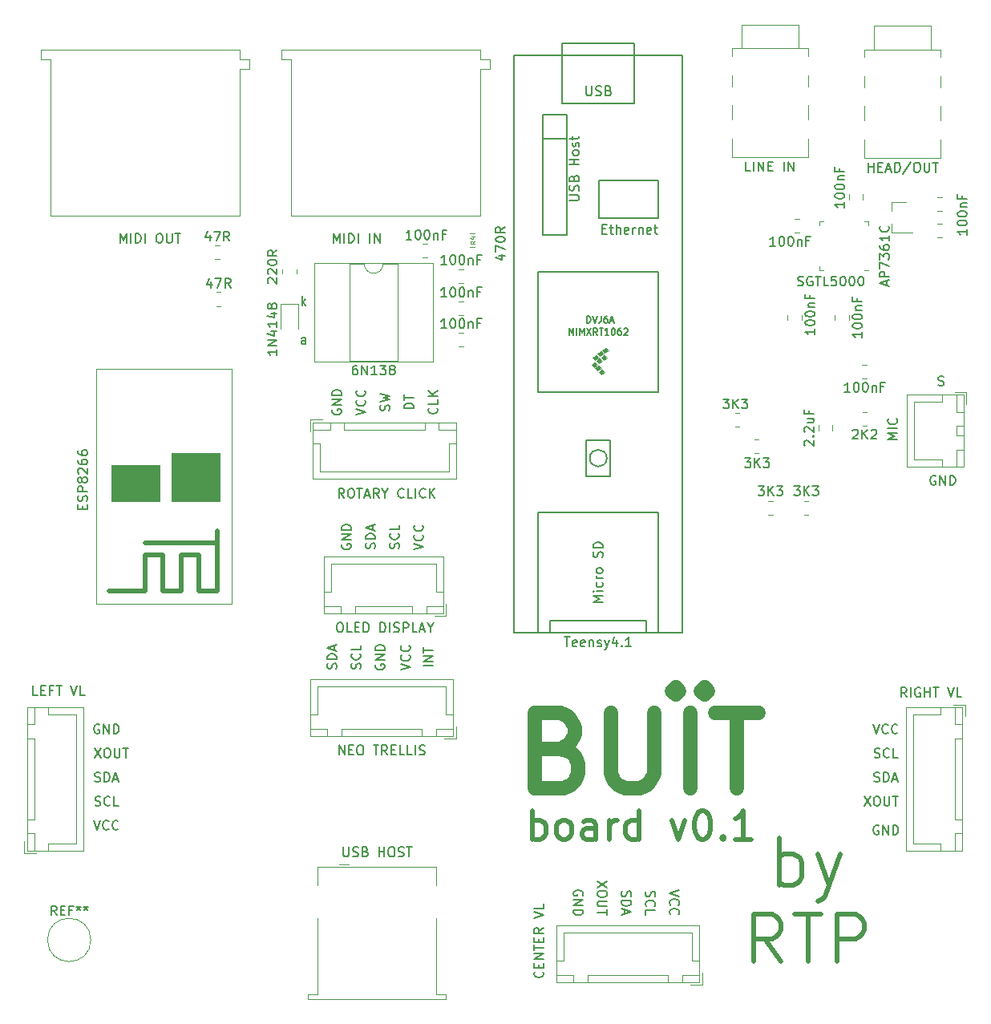
<source format=gbr>
%TF.GenerationSoftware,KiCad,Pcbnew,(6.0.1)*%
%TF.CreationDate,2022-04-22T15:57:16+02:00*%
%TF.ProjectId,BuitPCB,42756974-5043-4422-9e6b-696361645f70,rev?*%
%TF.SameCoordinates,Original*%
%TF.FileFunction,Legend,Top*%
%TF.FilePolarity,Positive*%
%FSLAX46Y46*%
G04 Gerber Fmt 4.6, Leading zero omitted, Abs format (unit mm)*
G04 Created by KiCad (PCBNEW (6.0.1)) date 2022-04-22 15:57:16*
%MOMM*%
%LPD*%
G01*
G04 APERTURE LIST*
%ADD10C,0.150000*%
%ADD11C,1.500000*%
%ADD12C,0.500000*%
%ADD13C,0.080000*%
%ADD14C,0.100000*%
%ADD15C,0.120000*%
G04 APERTURE END LIST*
D10*
X129974285Y-82084380D02*
X129974285Y-81560571D01*
X129926666Y-81465333D01*
X129831428Y-81417714D01*
X129640952Y-81417714D01*
X129545714Y-81465333D01*
X129974285Y-82036761D02*
X129879047Y-82084380D01*
X129640952Y-82084380D01*
X129545714Y-82036761D01*
X129498095Y-81941523D01*
X129498095Y-81846285D01*
X129545714Y-81751047D01*
X129640952Y-81703428D01*
X129879047Y-81703428D01*
X129974285Y-81655809D01*
X129593333Y-78020380D02*
X129593333Y-77020380D01*
X129688571Y-77639428D02*
X129974285Y-78020380D01*
X129974285Y-77353714D02*
X129593333Y-77734666D01*
X143833142Y-88831238D02*
X143880761Y-88878857D01*
X143928380Y-89021714D01*
X143928380Y-89116952D01*
X143880761Y-89259809D01*
X143785523Y-89355047D01*
X143690285Y-89402666D01*
X143499809Y-89450285D01*
X143356952Y-89450285D01*
X143166476Y-89402666D01*
X143071238Y-89355047D01*
X142976000Y-89259809D01*
X142928380Y-89116952D01*
X142928380Y-89021714D01*
X142976000Y-88878857D01*
X143023619Y-88831238D01*
X143928380Y-87926476D02*
X143928380Y-88402666D01*
X142928380Y-88402666D01*
X143928380Y-87593142D02*
X142928380Y-87593142D01*
X143928380Y-87021714D02*
X143356952Y-87450285D01*
X142928380Y-87021714D02*
X143499809Y-87593142D01*
X141388380Y-88878857D02*
X140388380Y-88878857D01*
X140388380Y-88640761D01*
X140436000Y-88497904D01*
X140531238Y-88402666D01*
X140626476Y-88355047D01*
X140816952Y-88307428D01*
X140959809Y-88307428D01*
X141150285Y-88355047D01*
X141245523Y-88402666D01*
X141340761Y-88497904D01*
X141388380Y-88640761D01*
X141388380Y-88878857D01*
X140388380Y-88021714D02*
X140388380Y-87450285D01*
X141388380Y-87736000D02*
X140388380Y-87736000D01*
X138800761Y-89093142D02*
X138848380Y-88950285D01*
X138848380Y-88712190D01*
X138800761Y-88616952D01*
X138753142Y-88569333D01*
X138657904Y-88521714D01*
X138562666Y-88521714D01*
X138467428Y-88569333D01*
X138419809Y-88616952D01*
X138372190Y-88712190D01*
X138324571Y-88902666D01*
X138276952Y-88997904D01*
X138229333Y-89045523D01*
X138134095Y-89093142D01*
X138038857Y-89093142D01*
X137943619Y-89045523D01*
X137896000Y-88997904D01*
X137848380Y-88902666D01*
X137848380Y-88664571D01*
X137896000Y-88521714D01*
X137848380Y-88188380D02*
X138848380Y-87950285D01*
X138134095Y-87759809D01*
X138848380Y-87569333D01*
X137848380Y-87331238D01*
X132816000Y-88997904D02*
X132768380Y-89093142D01*
X132768380Y-89236000D01*
X132816000Y-89378857D01*
X132911238Y-89474095D01*
X133006476Y-89521714D01*
X133196952Y-89569333D01*
X133339809Y-89569333D01*
X133530285Y-89521714D01*
X133625523Y-89474095D01*
X133720761Y-89378857D01*
X133768380Y-89236000D01*
X133768380Y-89140761D01*
X133720761Y-88997904D01*
X133673142Y-88950285D01*
X133339809Y-88950285D01*
X133339809Y-89140761D01*
X133768380Y-88521714D02*
X132768380Y-88521714D01*
X133768380Y-87950285D01*
X132768380Y-87950285D01*
X133768380Y-87474095D02*
X132768380Y-87474095D01*
X132768380Y-87236000D01*
X132816000Y-87093142D01*
X132911238Y-86997904D01*
X133006476Y-86950285D01*
X133196952Y-86902666D01*
X133339809Y-86902666D01*
X133530285Y-86950285D01*
X133625523Y-86997904D01*
X133720761Y-87093142D01*
X133768380Y-87236000D01*
X133768380Y-87474095D01*
X143420380Y-116064761D02*
X142420380Y-116064761D01*
X143420380Y-115588571D02*
X142420380Y-115588571D01*
X143420380Y-115017142D01*
X142420380Y-115017142D01*
X142420380Y-114683809D02*
X142420380Y-114112380D01*
X143420380Y-114398095D02*
X142420380Y-114398095D01*
X137388000Y-115921904D02*
X137340380Y-116017142D01*
X137340380Y-116160000D01*
X137388000Y-116302857D01*
X137483238Y-116398095D01*
X137578476Y-116445714D01*
X137768952Y-116493333D01*
X137911809Y-116493333D01*
X138102285Y-116445714D01*
X138197523Y-116398095D01*
X138292761Y-116302857D01*
X138340380Y-116160000D01*
X138340380Y-116064761D01*
X138292761Y-115921904D01*
X138245142Y-115874285D01*
X137911809Y-115874285D01*
X137911809Y-116064761D01*
X138340380Y-115445714D02*
X137340380Y-115445714D01*
X138340380Y-114874285D01*
X137340380Y-114874285D01*
X138340380Y-114398095D02*
X137340380Y-114398095D01*
X137340380Y-114160000D01*
X137388000Y-114017142D01*
X137483238Y-113921904D01*
X137578476Y-113874285D01*
X137768952Y-113826666D01*
X137911809Y-113826666D01*
X138102285Y-113874285D01*
X138197523Y-113921904D01*
X138292761Y-114017142D01*
X138340380Y-114160000D01*
X138340380Y-114398095D01*
X133832000Y-103221904D02*
X133784380Y-103317142D01*
X133784380Y-103460000D01*
X133832000Y-103602857D01*
X133927238Y-103698095D01*
X134022476Y-103745714D01*
X134212952Y-103793333D01*
X134355809Y-103793333D01*
X134546285Y-103745714D01*
X134641523Y-103698095D01*
X134736761Y-103602857D01*
X134784380Y-103460000D01*
X134784380Y-103364761D01*
X134736761Y-103221904D01*
X134689142Y-103174285D01*
X134355809Y-103174285D01*
X134355809Y-103364761D01*
X134784380Y-102745714D02*
X133784380Y-102745714D01*
X134784380Y-102174285D01*
X133784380Y-102174285D01*
X134784380Y-101698095D02*
X133784380Y-101698095D01*
X133784380Y-101460000D01*
X133832000Y-101317142D01*
X133927238Y-101221904D01*
X134022476Y-101174285D01*
X134212952Y-101126666D01*
X134355809Y-101126666D01*
X134546285Y-101174285D01*
X134641523Y-101221904D01*
X134736761Y-101317142D01*
X134784380Y-101460000D01*
X134784380Y-101698095D01*
X108170095Y-122280000D02*
X108074857Y-122232380D01*
X107932000Y-122232380D01*
X107789142Y-122280000D01*
X107693904Y-122375238D01*
X107646285Y-122470476D01*
X107598666Y-122660952D01*
X107598666Y-122803809D01*
X107646285Y-122994285D01*
X107693904Y-123089523D01*
X107789142Y-123184761D01*
X107932000Y-123232380D01*
X108027238Y-123232380D01*
X108170095Y-123184761D01*
X108217714Y-123137142D01*
X108217714Y-122803809D01*
X108027238Y-122803809D01*
X108646285Y-123232380D02*
X108646285Y-122232380D01*
X109217714Y-123232380D01*
X109217714Y-122232380D01*
X109693904Y-123232380D02*
X109693904Y-122232380D01*
X109932000Y-122232380D01*
X110074857Y-122280000D01*
X110170095Y-122375238D01*
X110217714Y-122470476D01*
X110265333Y-122660952D01*
X110265333Y-122803809D01*
X110217714Y-122994285D01*
X110170095Y-123089523D01*
X110074857Y-123184761D01*
X109932000Y-123232380D01*
X109693904Y-123232380D01*
X107598666Y-132392380D02*
X107932000Y-133392380D01*
X108265333Y-132392380D01*
X109170095Y-133297142D02*
X109122476Y-133344761D01*
X108979619Y-133392380D01*
X108884380Y-133392380D01*
X108741523Y-133344761D01*
X108646285Y-133249523D01*
X108598666Y-133154285D01*
X108551047Y-132963809D01*
X108551047Y-132820952D01*
X108598666Y-132630476D01*
X108646285Y-132535238D01*
X108741523Y-132440000D01*
X108884380Y-132392380D01*
X108979619Y-132392380D01*
X109122476Y-132440000D01*
X109170095Y-132487619D01*
X110170095Y-133297142D02*
X110122476Y-133344761D01*
X109979619Y-133392380D01*
X109884380Y-133392380D01*
X109741523Y-133344761D01*
X109646285Y-133249523D01*
X109598666Y-133154285D01*
X109551047Y-132963809D01*
X109551047Y-132820952D01*
X109598666Y-132630476D01*
X109646285Y-132535238D01*
X109741523Y-132440000D01*
X109884380Y-132392380D01*
X109979619Y-132392380D01*
X110122476Y-132440000D01*
X110170095Y-132487619D01*
X107741523Y-130804761D02*
X107884380Y-130852380D01*
X108122476Y-130852380D01*
X108217714Y-130804761D01*
X108265333Y-130757142D01*
X108312952Y-130661904D01*
X108312952Y-130566666D01*
X108265333Y-130471428D01*
X108217714Y-130423809D01*
X108122476Y-130376190D01*
X107932000Y-130328571D01*
X107836761Y-130280952D01*
X107789142Y-130233333D01*
X107741523Y-130138095D01*
X107741523Y-130042857D01*
X107789142Y-129947619D01*
X107836761Y-129900000D01*
X107932000Y-129852380D01*
X108170095Y-129852380D01*
X108312952Y-129900000D01*
X109312952Y-130757142D02*
X109265333Y-130804761D01*
X109122476Y-130852380D01*
X109027238Y-130852380D01*
X108884380Y-130804761D01*
X108789142Y-130709523D01*
X108741523Y-130614285D01*
X108693904Y-130423809D01*
X108693904Y-130280952D01*
X108741523Y-130090476D01*
X108789142Y-129995238D01*
X108884380Y-129900000D01*
X109027238Y-129852380D01*
X109122476Y-129852380D01*
X109265333Y-129900000D01*
X109312952Y-129947619D01*
X110217714Y-130852380D02*
X109741523Y-130852380D01*
X109741523Y-129852380D01*
X107678095Y-124772380D02*
X108344761Y-125772380D01*
X108344761Y-124772380D02*
X107678095Y-125772380D01*
X108916190Y-124772380D02*
X109106666Y-124772380D01*
X109201904Y-124820000D01*
X109297142Y-124915238D01*
X109344761Y-125105714D01*
X109344761Y-125439047D01*
X109297142Y-125629523D01*
X109201904Y-125724761D01*
X109106666Y-125772380D01*
X108916190Y-125772380D01*
X108820952Y-125724761D01*
X108725714Y-125629523D01*
X108678095Y-125439047D01*
X108678095Y-125105714D01*
X108725714Y-124915238D01*
X108820952Y-124820000D01*
X108916190Y-124772380D01*
X109773333Y-124772380D02*
X109773333Y-125581904D01*
X109820952Y-125677142D01*
X109868571Y-125724761D01*
X109963809Y-125772380D01*
X110154285Y-125772380D01*
X110249523Y-125724761D01*
X110297142Y-125677142D01*
X110344761Y-125581904D01*
X110344761Y-124772380D01*
X110678095Y-124772380D02*
X111249523Y-124772380D01*
X110963809Y-125772380D02*
X110963809Y-124772380D01*
X137276761Y-103674285D02*
X137324380Y-103531428D01*
X137324380Y-103293333D01*
X137276761Y-103198095D01*
X137229142Y-103150476D01*
X137133904Y-103102857D01*
X137038666Y-103102857D01*
X136943428Y-103150476D01*
X136895809Y-103198095D01*
X136848190Y-103293333D01*
X136800571Y-103483809D01*
X136752952Y-103579047D01*
X136705333Y-103626666D01*
X136610095Y-103674285D01*
X136514857Y-103674285D01*
X136419619Y-103626666D01*
X136372000Y-103579047D01*
X136324380Y-103483809D01*
X136324380Y-103245714D01*
X136372000Y-103102857D01*
X137324380Y-102674285D02*
X136324380Y-102674285D01*
X136324380Y-102436190D01*
X136372000Y-102293333D01*
X136467238Y-102198095D01*
X136562476Y-102150476D01*
X136752952Y-102102857D01*
X136895809Y-102102857D01*
X137086285Y-102150476D01*
X137181523Y-102198095D01*
X137276761Y-102293333D01*
X137324380Y-102436190D01*
X137324380Y-102674285D01*
X137038666Y-101721904D02*
X137038666Y-101245714D01*
X137324380Y-101817142D02*
X136324380Y-101483809D01*
X137324380Y-101150476D01*
X133212761Y-116374285D02*
X133260380Y-116231428D01*
X133260380Y-115993333D01*
X133212761Y-115898095D01*
X133165142Y-115850476D01*
X133069904Y-115802857D01*
X132974666Y-115802857D01*
X132879428Y-115850476D01*
X132831809Y-115898095D01*
X132784190Y-115993333D01*
X132736571Y-116183809D01*
X132688952Y-116279047D01*
X132641333Y-116326666D01*
X132546095Y-116374285D01*
X132450857Y-116374285D01*
X132355619Y-116326666D01*
X132308000Y-116279047D01*
X132260380Y-116183809D01*
X132260380Y-115945714D01*
X132308000Y-115802857D01*
X133260380Y-115374285D02*
X132260380Y-115374285D01*
X132260380Y-115136190D01*
X132308000Y-114993333D01*
X132403238Y-114898095D01*
X132498476Y-114850476D01*
X132688952Y-114802857D01*
X132831809Y-114802857D01*
X133022285Y-114850476D01*
X133117523Y-114898095D01*
X133212761Y-114993333D01*
X133260380Y-115136190D01*
X133260380Y-115374285D01*
X132974666Y-114421904D02*
X132974666Y-113945714D01*
X133260380Y-114517142D02*
X132260380Y-114183809D01*
X133260380Y-113850476D01*
X139816761Y-103650476D02*
X139864380Y-103507619D01*
X139864380Y-103269523D01*
X139816761Y-103174285D01*
X139769142Y-103126666D01*
X139673904Y-103079047D01*
X139578666Y-103079047D01*
X139483428Y-103126666D01*
X139435809Y-103174285D01*
X139388190Y-103269523D01*
X139340571Y-103460000D01*
X139292952Y-103555238D01*
X139245333Y-103602857D01*
X139150095Y-103650476D01*
X139054857Y-103650476D01*
X138959619Y-103602857D01*
X138912000Y-103555238D01*
X138864380Y-103460000D01*
X138864380Y-103221904D01*
X138912000Y-103079047D01*
X139769142Y-102079047D02*
X139816761Y-102126666D01*
X139864380Y-102269523D01*
X139864380Y-102364761D01*
X139816761Y-102507619D01*
X139721523Y-102602857D01*
X139626285Y-102650476D01*
X139435809Y-102698095D01*
X139292952Y-102698095D01*
X139102476Y-102650476D01*
X139007238Y-102602857D01*
X138912000Y-102507619D01*
X138864380Y-102364761D01*
X138864380Y-102269523D01*
X138912000Y-102126666D01*
X138959619Y-102079047D01*
X139864380Y-101174285D02*
X139864380Y-101650476D01*
X138864380Y-101650476D01*
X135752761Y-116350476D02*
X135800380Y-116207619D01*
X135800380Y-115969523D01*
X135752761Y-115874285D01*
X135705142Y-115826666D01*
X135609904Y-115779047D01*
X135514666Y-115779047D01*
X135419428Y-115826666D01*
X135371809Y-115874285D01*
X135324190Y-115969523D01*
X135276571Y-116160000D01*
X135228952Y-116255238D01*
X135181333Y-116302857D01*
X135086095Y-116350476D01*
X134990857Y-116350476D01*
X134895619Y-116302857D01*
X134848000Y-116255238D01*
X134800380Y-116160000D01*
X134800380Y-115921904D01*
X134848000Y-115779047D01*
X135705142Y-114779047D02*
X135752761Y-114826666D01*
X135800380Y-114969523D01*
X135800380Y-115064761D01*
X135752761Y-115207619D01*
X135657523Y-115302857D01*
X135562285Y-115350476D01*
X135371809Y-115398095D01*
X135228952Y-115398095D01*
X135038476Y-115350476D01*
X134943238Y-115302857D01*
X134848000Y-115207619D01*
X134800380Y-115064761D01*
X134800380Y-114969523D01*
X134848000Y-114826666D01*
X134895619Y-114779047D01*
X135800380Y-113874285D02*
X135800380Y-114350476D01*
X134800380Y-114350476D01*
X165931238Y-139877523D02*
X165883619Y-140020380D01*
X165883619Y-140258476D01*
X165931238Y-140353714D01*
X165978857Y-140401333D01*
X166074095Y-140448952D01*
X166169333Y-140448952D01*
X166264571Y-140401333D01*
X166312190Y-140353714D01*
X166359809Y-140258476D01*
X166407428Y-140068000D01*
X166455047Y-139972761D01*
X166502666Y-139925142D01*
X166597904Y-139877523D01*
X166693142Y-139877523D01*
X166788380Y-139925142D01*
X166836000Y-139972761D01*
X166883619Y-140068000D01*
X166883619Y-140306095D01*
X166836000Y-140448952D01*
X165978857Y-141448952D02*
X165931238Y-141401333D01*
X165883619Y-141258476D01*
X165883619Y-141163238D01*
X165931238Y-141020380D01*
X166026476Y-140925142D01*
X166121714Y-140877523D01*
X166312190Y-140829904D01*
X166455047Y-140829904D01*
X166645523Y-140877523D01*
X166740761Y-140925142D01*
X166836000Y-141020380D01*
X166883619Y-141163238D01*
X166883619Y-141258476D01*
X166836000Y-141401333D01*
X166788380Y-141448952D01*
X165883619Y-142353714D02*
X165883619Y-141877523D01*
X166883619Y-141877523D01*
X135308380Y-89569333D02*
X136308380Y-89236000D01*
X135308380Y-88902666D01*
X136213142Y-87997904D02*
X136260761Y-88045523D01*
X136308380Y-88188380D01*
X136308380Y-88283619D01*
X136260761Y-88426476D01*
X136165523Y-88521714D01*
X136070285Y-88569333D01*
X135879809Y-88616952D01*
X135736952Y-88616952D01*
X135546476Y-88569333D01*
X135451238Y-88521714D01*
X135356000Y-88426476D01*
X135308380Y-88283619D01*
X135308380Y-88188380D01*
X135356000Y-88045523D01*
X135403619Y-87997904D01*
X136213142Y-86997904D02*
X136260761Y-87045523D01*
X136308380Y-87188380D01*
X136308380Y-87283619D01*
X136260761Y-87426476D01*
X136165523Y-87521714D01*
X136070285Y-87569333D01*
X135879809Y-87616952D01*
X135736952Y-87616952D01*
X135546476Y-87569333D01*
X135451238Y-87521714D01*
X135356000Y-87426476D01*
X135308380Y-87283619D01*
X135308380Y-87188380D01*
X135356000Y-87045523D01*
X135403619Y-86997904D01*
X141404380Y-103793333D02*
X142404380Y-103460000D01*
X141404380Y-103126666D01*
X142309142Y-102221904D02*
X142356761Y-102269523D01*
X142404380Y-102412380D01*
X142404380Y-102507619D01*
X142356761Y-102650476D01*
X142261523Y-102745714D01*
X142166285Y-102793333D01*
X141975809Y-102840952D01*
X141832952Y-102840952D01*
X141642476Y-102793333D01*
X141547238Y-102745714D01*
X141452000Y-102650476D01*
X141404380Y-102507619D01*
X141404380Y-102412380D01*
X141452000Y-102269523D01*
X141499619Y-102221904D01*
X142309142Y-101221904D02*
X142356761Y-101269523D01*
X142404380Y-101412380D01*
X142404380Y-101507619D01*
X142356761Y-101650476D01*
X142261523Y-101745714D01*
X142166285Y-101793333D01*
X141975809Y-101840952D01*
X141832952Y-101840952D01*
X141642476Y-101793333D01*
X141547238Y-101745714D01*
X141452000Y-101650476D01*
X141404380Y-101507619D01*
X141404380Y-101412380D01*
X141452000Y-101269523D01*
X141499619Y-101221904D01*
X140007380Y-116493333D02*
X141007380Y-116160000D01*
X140007380Y-115826666D01*
X140912142Y-114921904D02*
X140959761Y-114969523D01*
X141007380Y-115112380D01*
X141007380Y-115207619D01*
X140959761Y-115350476D01*
X140864523Y-115445714D01*
X140769285Y-115493333D01*
X140578809Y-115540952D01*
X140435952Y-115540952D01*
X140245476Y-115493333D01*
X140150238Y-115445714D01*
X140055000Y-115350476D01*
X140007380Y-115207619D01*
X140007380Y-115112380D01*
X140055000Y-114969523D01*
X140102619Y-114921904D01*
X140912142Y-113921904D02*
X140959761Y-113969523D01*
X141007380Y-114112380D01*
X141007380Y-114207619D01*
X140959761Y-114350476D01*
X140864523Y-114445714D01*
X140769285Y-114493333D01*
X140578809Y-114540952D01*
X140435952Y-114540952D01*
X140245476Y-114493333D01*
X140150238Y-114445714D01*
X140055000Y-114350476D01*
X140007380Y-114207619D01*
X140007380Y-114112380D01*
X140055000Y-113969523D01*
X140102619Y-113921904D01*
X169423619Y-139734666D02*
X168423619Y-140068000D01*
X169423619Y-140401333D01*
X168518857Y-141306095D02*
X168471238Y-141258476D01*
X168423619Y-141115619D01*
X168423619Y-141020380D01*
X168471238Y-140877523D01*
X168566476Y-140782285D01*
X168661714Y-140734666D01*
X168852190Y-140687047D01*
X168995047Y-140687047D01*
X169185523Y-140734666D01*
X169280761Y-140782285D01*
X169376000Y-140877523D01*
X169423619Y-141020380D01*
X169423619Y-141115619D01*
X169376000Y-141258476D01*
X169328380Y-141306095D01*
X168518857Y-142306095D02*
X168471238Y-142258476D01*
X168423619Y-142115619D01*
X168423619Y-142020380D01*
X168471238Y-141877523D01*
X168566476Y-141782285D01*
X168661714Y-141734666D01*
X168852190Y-141687047D01*
X168995047Y-141687047D01*
X169185523Y-141734666D01*
X169280761Y-141782285D01*
X169376000Y-141877523D01*
X169423619Y-142020380D01*
X169423619Y-142115619D01*
X169376000Y-142258476D01*
X169328380Y-142306095D01*
X107717714Y-128264761D02*
X107860571Y-128312380D01*
X108098666Y-128312380D01*
X108193904Y-128264761D01*
X108241523Y-128217142D01*
X108289142Y-128121904D01*
X108289142Y-128026666D01*
X108241523Y-127931428D01*
X108193904Y-127883809D01*
X108098666Y-127836190D01*
X107908190Y-127788571D01*
X107812952Y-127740952D01*
X107765333Y-127693333D01*
X107717714Y-127598095D01*
X107717714Y-127502857D01*
X107765333Y-127407619D01*
X107812952Y-127360000D01*
X107908190Y-127312380D01*
X108146285Y-127312380D01*
X108289142Y-127360000D01*
X108717714Y-128312380D02*
X108717714Y-127312380D01*
X108955809Y-127312380D01*
X109098666Y-127360000D01*
X109193904Y-127455238D01*
X109241523Y-127550476D01*
X109289142Y-127740952D01*
X109289142Y-127883809D01*
X109241523Y-128074285D01*
X109193904Y-128169523D01*
X109098666Y-128264761D01*
X108955809Y-128312380D01*
X108717714Y-128312380D01*
X109670095Y-128026666D02*
X110146285Y-128026666D01*
X109574857Y-128312380D02*
X109908190Y-127312380D01*
X110241523Y-128312380D01*
X163391238Y-139853714D02*
X163343619Y-139996571D01*
X163343619Y-140234666D01*
X163391238Y-140329904D01*
X163438857Y-140377523D01*
X163534095Y-140425142D01*
X163629333Y-140425142D01*
X163724571Y-140377523D01*
X163772190Y-140329904D01*
X163819809Y-140234666D01*
X163867428Y-140044190D01*
X163915047Y-139948952D01*
X163962666Y-139901333D01*
X164057904Y-139853714D01*
X164153142Y-139853714D01*
X164248380Y-139901333D01*
X164296000Y-139948952D01*
X164343619Y-140044190D01*
X164343619Y-140282285D01*
X164296000Y-140425142D01*
X163343619Y-140853714D02*
X164343619Y-140853714D01*
X164343619Y-141091809D01*
X164296000Y-141234666D01*
X164200761Y-141329904D01*
X164105523Y-141377523D01*
X163915047Y-141425142D01*
X163772190Y-141425142D01*
X163581714Y-141377523D01*
X163486476Y-141329904D01*
X163391238Y-141234666D01*
X163343619Y-141091809D01*
X163343619Y-140853714D01*
X163629333Y-141806095D02*
X163629333Y-142282285D01*
X163343619Y-141710857D02*
X164343619Y-142044190D01*
X163343619Y-142377523D01*
X161803619Y-138798095D02*
X160803619Y-139464761D01*
X161803619Y-139464761D02*
X160803619Y-138798095D01*
X161803619Y-140036190D02*
X161803619Y-140226666D01*
X161756000Y-140321904D01*
X161660761Y-140417142D01*
X161470285Y-140464761D01*
X161136952Y-140464761D01*
X160946476Y-140417142D01*
X160851238Y-140321904D01*
X160803619Y-140226666D01*
X160803619Y-140036190D01*
X160851238Y-139940952D01*
X160946476Y-139845714D01*
X161136952Y-139798095D01*
X161470285Y-139798095D01*
X161660761Y-139845714D01*
X161756000Y-139940952D01*
X161803619Y-140036190D01*
X161803619Y-140893333D02*
X160994095Y-140893333D01*
X160898857Y-140940952D01*
X160851238Y-140988571D01*
X160803619Y-141083809D01*
X160803619Y-141274285D01*
X160851238Y-141369523D01*
X160898857Y-141417142D01*
X160994095Y-141464761D01*
X161803619Y-141464761D01*
X161803619Y-141798095D02*
X161803619Y-142369523D01*
X160803619Y-142083809D02*
X161803619Y-142083809D01*
X159216000Y-140306095D02*
X159263619Y-140210857D01*
X159263619Y-140068000D01*
X159216000Y-139925142D01*
X159120761Y-139829904D01*
X159025523Y-139782285D01*
X158835047Y-139734666D01*
X158692190Y-139734666D01*
X158501714Y-139782285D01*
X158406476Y-139829904D01*
X158311238Y-139925142D01*
X158263619Y-140068000D01*
X158263619Y-140163238D01*
X158311238Y-140306095D01*
X158358857Y-140353714D01*
X158692190Y-140353714D01*
X158692190Y-140163238D01*
X158263619Y-140782285D02*
X159263619Y-140782285D01*
X158263619Y-141353714D01*
X159263619Y-141353714D01*
X158263619Y-141829904D02*
X159263619Y-141829904D01*
X159263619Y-142068000D01*
X159216000Y-142210857D01*
X159120761Y-142306095D01*
X159025523Y-142353714D01*
X158835047Y-142401333D01*
X158692190Y-142401333D01*
X158501714Y-142353714D01*
X158406476Y-142306095D01*
X158311238Y-142210857D01*
X158263619Y-142068000D01*
X158263619Y-141829904D01*
X190466095Y-132948000D02*
X190370857Y-132900380D01*
X190228000Y-132900380D01*
X190085142Y-132948000D01*
X189989904Y-133043238D01*
X189942285Y-133138476D01*
X189894666Y-133328952D01*
X189894666Y-133471809D01*
X189942285Y-133662285D01*
X189989904Y-133757523D01*
X190085142Y-133852761D01*
X190228000Y-133900380D01*
X190323238Y-133900380D01*
X190466095Y-133852761D01*
X190513714Y-133805142D01*
X190513714Y-133471809D01*
X190323238Y-133471809D01*
X190942285Y-133900380D02*
X190942285Y-132900380D01*
X191513714Y-133900380D01*
X191513714Y-132900380D01*
X191989904Y-133900380D02*
X191989904Y-132900380D01*
X192228000Y-132900380D01*
X192370857Y-132948000D01*
X192466095Y-133043238D01*
X192513714Y-133138476D01*
X192561333Y-133328952D01*
X192561333Y-133471809D01*
X192513714Y-133662285D01*
X192466095Y-133757523D01*
X192370857Y-133852761D01*
X192228000Y-133900380D01*
X191989904Y-133900380D01*
X188958095Y-129852380D02*
X189624761Y-130852380D01*
X189624761Y-129852380D02*
X188958095Y-130852380D01*
X190196190Y-129852380D02*
X190386666Y-129852380D01*
X190481904Y-129900000D01*
X190577142Y-129995238D01*
X190624761Y-130185714D01*
X190624761Y-130519047D01*
X190577142Y-130709523D01*
X190481904Y-130804761D01*
X190386666Y-130852380D01*
X190196190Y-130852380D01*
X190100952Y-130804761D01*
X190005714Y-130709523D01*
X189958095Y-130519047D01*
X189958095Y-130185714D01*
X190005714Y-129995238D01*
X190100952Y-129900000D01*
X190196190Y-129852380D01*
X191053333Y-129852380D02*
X191053333Y-130661904D01*
X191100952Y-130757142D01*
X191148571Y-130804761D01*
X191243809Y-130852380D01*
X191434285Y-130852380D01*
X191529523Y-130804761D01*
X191577142Y-130757142D01*
X191624761Y-130661904D01*
X191624761Y-129852380D01*
X191958095Y-129852380D02*
X192529523Y-129852380D01*
X192243809Y-130852380D02*
X192243809Y-129852380D01*
X190013714Y-128264761D02*
X190156571Y-128312380D01*
X190394666Y-128312380D01*
X190489904Y-128264761D01*
X190537523Y-128217142D01*
X190585142Y-128121904D01*
X190585142Y-128026666D01*
X190537523Y-127931428D01*
X190489904Y-127883809D01*
X190394666Y-127836190D01*
X190204190Y-127788571D01*
X190108952Y-127740952D01*
X190061333Y-127693333D01*
X190013714Y-127598095D01*
X190013714Y-127502857D01*
X190061333Y-127407619D01*
X190108952Y-127360000D01*
X190204190Y-127312380D01*
X190442285Y-127312380D01*
X190585142Y-127360000D01*
X191013714Y-128312380D02*
X191013714Y-127312380D01*
X191251809Y-127312380D01*
X191394666Y-127360000D01*
X191489904Y-127455238D01*
X191537523Y-127550476D01*
X191585142Y-127740952D01*
X191585142Y-127883809D01*
X191537523Y-128074285D01*
X191489904Y-128169523D01*
X191394666Y-128264761D01*
X191251809Y-128312380D01*
X191013714Y-128312380D01*
X191966095Y-128026666D02*
X192442285Y-128026666D01*
X191870857Y-128312380D02*
X192204190Y-127312380D01*
X192537523Y-128312380D01*
X190037523Y-125724761D02*
X190180380Y-125772380D01*
X190418476Y-125772380D01*
X190513714Y-125724761D01*
X190561333Y-125677142D01*
X190608952Y-125581904D01*
X190608952Y-125486666D01*
X190561333Y-125391428D01*
X190513714Y-125343809D01*
X190418476Y-125296190D01*
X190228000Y-125248571D01*
X190132761Y-125200952D01*
X190085142Y-125153333D01*
X190037523Y-125058095D01*
X190037523Y-124962857D01*
X190085142Y-124867619D01*
X190132761Y-124820000D01*
X190228000Y-124772380D01*
X190466095Y-124772380D01*
X190608952Y-124820000D01*
X191608952Y-125677142D02*
X191561333Y-125724761D01*
X191418476Y-125772380D01*
X191323238Y-125772380D01*
X191180380Y-125724761D01*
X191085142Y-125629523D01*
X191037523Y-125534285D01*
X190989904Y-125343809D01*
X190989904Y-125200952D01*
X191037523Y-125010476D01*
X191085142Y-124915238D01*
X191180380Y-124820000D01*
X191323238Y-124772380D01*
X191418476Y-124772380D01*
X191561333Y-124820000D01*
X191608952Y-124867619D01*
X192513714Y-125772380D02*
X192037523Y-125772380D01*
X192037523Y-124772380D01*
X189894666Y-122232380D02*
X190228000Y-123232380D01*
X190561333Y-122232380D01*
X191466095Y-123137142D02*
X191418476Y-123184761D01*
X191275619Y-123232380D01*
X191180380Y-123232380D01*
X191037523Y-123184761D01*
X190942285Y-123089523D01*
X190894666Y-122994285D01*
X190847047Y-122803809D01*
X190847047Y-122660952D01*
X190894666Y-122470476D01*
X190942285Y-122375238D01*
X191037523Y-122280000D01*
X191180380Y-122232380D01*
X191275619Y-122232380D01*
X191418476Y-122280000D01*
X191466095Y-122327619D01*
X192466095Y-123137142D02*
X192418476Y-123184761D01*
X192275619Y-123232380D01*
X192180380Y-123232380D01*
X192037523Y-123184761D01*
X191942285Y-123089523D01*
X191894666Y-122994285D01*
X191847047Y-122803809D01*
X191847047Y-122660952D01*
X191894666Y-122470476D01*
X191942285Y-122375238D01*
X192037523Y-122280000D01*
X192180380Y-122232380D01*
X192275619Y-122232380D01*
X192418476Y-122280000D01*
X192466095Y-122327619D01*
X196485895Y-96016400D02*
X196390657Y-95968780D01*
X196247800Y-95968780D01*
X196104942Y-96016400D01*
X196009704Y-96111638D01*
X195962085Y-96206876D01*
X195914466Y-96397352D01*
X195914466Y-96540209D01*
X195962085Y-96730685D01*
X196009704Y-96825923D01*
X196104942Y-96921161D01*
X196247800Y-96968780D01*
X196343038Y-96968780D01*
X196485895Y-96921161D01*
X196533514Y-96873542D01*
X196533514Y-96540209D01*
X196343038Y-96540209D01*
X196962085Y-96968780D02*
X196962085Y-95968780D01*
X197533514Y-96968780D01*
X197533514Y-95968780D01*
X198009704Y-96968780D02*
X198009704Y-95968780D01*
X198247800Y-95968780D01*
X198390657Y-96016400D01*
X198485895Y-96111638D01*
X198533514Y-96206876D01*
X198581133Y-96397352D01*
X198581133Y-96540209D01*
X198533514Y-96730685D01*
X198485895Y-96825923D01*
X198390657Y-96921161D01*
X198247800Y-96968780D01*
X198009704Y-96968780D01*
X196784285Y-86430961D02*
X196927142Y-86478580D01*
X197165238Y-86478580D01*
X197260476Y-86430961D01*
X197308095Y-86383342D01*
X197355714Y-86288104D01*
X197355714Y-86192866D01*
X197308095Y-86097628D01*
X197260476Y-86050009D01*
X197165238Y-86002390D01*
X196974761Y-85954771D01*
X196879523Y-85907152D01*
X196831904Y-85859533D01*
X196784285Y-85764295D01*
X196784285Y-85669057D01*
X196831904Y-85573819D01*
X196879523Y-85526200D01*
X196974761Y-85478580D01*
X197212857Y-85478580D01*
X197355714Y-85526200D01*
D11*
X156875571Y-124824771D02*
X158018428Y-125205723D01*
X158399380Y-125586676D01*
X158780333Y-126348580D01*
X158780333Y-127491438D01*
X158399380Y-128253342D01*
X158018428Y-128634295D01*
X157256523Y-129015247D01*
X154208904Y-129015247D01*
X154208904Y-121015247D01*
X156875571Y-121015247D01*
X157637476Y-121396200D01*
X158018428Y-121777152D01*
X158399380Y-122539057D01*
X158399380Y-123300961D01*
X158018428Y-124062866D01*
X157637476Y-124443819D01*
X156875571Y-124824771D01*
X154208904Y-124824771D01*
X162208904Y-121015247D02*
X162208904Y-127491438D01*
X162589857Y-128253342D01*
X162970809Y-128634295D01*
X163732714Y-129015247D01*
X165256523Y-129015247D01*
X166018428Y-128634295D01*
X166399380Y-128253342D01*
X166780333Y-127491438D01*
X166780333Y-121015247D01*
X170589857Y-129015247D02*
X170589857Y-121015247D01*
X169066047Y-118348580D02*
X169447000Y-118729533D01*
X169066047Y-119110485D01*
X168685095Y-118729533D01*
X169066047Y-118348580D01*
X169066047Y-119110485D01*
X172113666Y-118348580D02*
X172494619Y-118729533D01*
X172113666Y-119110485D01*
X171732714Y-118729533D01*
X172113666Y-118348580D01*
X172113666Y-119110485D01*
X173256523Y-121015247D02*
X177827952Y-121015247D01*
X175542238Y-129015247D02*
X175542238Y-121015247D01*
D12*
X153896200Y-134373342D02*
X153896200Y-131373342D01*
X153896200Y-132516200D02*
X154181914Y-132373342D01*
X154753342Y-132373342D01*
X155039057Y-132516200D01*
X155181914Y-132659057D01*
X155324771Y-132944771D01*
X155324771Y-133801914D01*
X155181914Y-134087628D01*
X155039057Y-134230485D01*
X154753342Y-134373342D01*
X154181914Y-134373342D01*
X153896200Y-134230485D01*
X157039057Y-134373342D02*
X156753342Y-134230485D01*
X156610485Y-134087628D01*
X156467628Y-133801914D01*
X156467628Y-132944771D01*
X156610485Y-132659057D01*
X156753342Y-132516200D01*
X157039057Y-132373342D01*
X157467628Y-132373342D01*
X157753342Y-132516200D01*
X157896200Y-132659057D01*
X158039057Y-132944771D01*
X158039057Y-133801914D01*
X157896200Y-134087628D01*
X157753342Y-134230485D01*
X157467628Y-134373342D01*
X157039057Y-134373342D01*
X160610485Y-134373342D02*
X160610485Y-132801914D01*
X160467628Y-132516200D01*
X160181914Y-132373342D01*
X159610485Y-132373342D01*
X159324771Y-132516200D01*
X160610485Y-134230485D02*
X160324771Y-134373342D01*
X159610485Y-134373342D01*
X159324771Y-134230485D01*
X159181914Y-133944771D01*
X159181914Y-133659057D01*
X159324771Y-133373342D01*
X159610485Y-133230485D01*
X160324771Y-133230485D01*
X160610485Y-133087628D01*
X162039057Y-134373342D02*
X162039057Y-132373342D01*
X162039057Y-132944771D02*
X162181914Y-132659057D01*
X162324771Y-132516200D01*
X162610485Y-132373342D01*
X162896200Y-132373342D01*
X165181914Y-134373342D02*
X165181914Y-131373342D01*
X165181914Y-134230485D02*
X164896200Y-134373342D01*
X164324771Y-134373342D01*
X164039057Y-134230485D01*
X163896200Y-134087628D01*
X163753342Y-133801914D01*
X163753342Y-132944771D01*
X163896200Y-132659057D01*
X164039057Y-132516200D01*
X164324771Y-132373342D01*
X164896200Y-132373342D01*
X165181914Y-132516200D01*
X168610485Y-132373342D02*
X169324771Y-134373342D01*
X170039057Y-132373342D01*
X171753342Y-131373342D02*
X172039057Y-131373342D01*
X172324771Y-131516200D01*
X172467628Y-131659057D01*
X172610485Y-131944771D01*
X172753342Y-132516200D01*
X172753342Y-133230485D01*
X172610485Y-133801914D01*
X172467628Y-134087628D01*
X172324771Y-134230485D01*
X172039057Y-134373342D01*
X171753342Y-134373342D01*
X171467628Y-134230485D01*
X171324771Y-134087628D01*
X171181914Y-133801914D01*
X171039057Y-133230485D01*
X171039057Y-132516200D01*
X171181914Y-131944771D01*
X171324771Y-131659057D01*
X171467628Y-131516200D01*
X171753342Y-131373342D01*
X174039057Y-134087628D02*
X174181914Y-134230485D01*
X174039057Y-134373342D01*
X173896200Y-134230485D01*
X174039057Y-134087628D01*
X174039057Y-134373342D01*
X177039057Y-134373342D02*
X175324771Y-134373342D01*
X176181914Y-134373342D02*
X176181914Y-131373342D01*
X175896200Y-131801914D01*
X175610485Y-132087628D01*
X175324771Y-132230485D01*
X180023809Y-139236904D02*
X180023809Y-134236904D01*
X180023809Y-136141666D02*
X180500000Y-135903571D01*
X181452380Y-135903571D01*
X181928571Y-136141666D01*
X182166666Y-136379761D01*
X182404761Y-136855952D01*
X182404761Y-138284523D01*
X182166666Y-138760714D01*
X181928571Y-138998809D01*
X181452380Y-139236904D01*
X180500000Y-139236904D01*
X180023809Y-138998809D01*
X184071428Y-135903571D02*
X185261904Y-139236904D01*
X186452380Y-135903571D02*
X185261904Y-139236904D01*
X184785714Y-140427380D01*
X184547619Y-140665476D01*
X184071428Y-140903571D01*
X180142857Y-147286904D02*
X178476190Y-144905952D01*
X177285714Y-147286904D02*
X177285714Y-142286904D01*
X179190476Y-142286904D01*
X179666666Y-142525000D01*
X179904761Y-142763095D01*
X180142857Y-143239285D01*
X180142857Y-143953571D01*
X179904761Y-144429761D01*
X179666666Y-144667857D01*
X179190476Y-144905952D01*
X177285714Y-144905952D01*
X181571428Y-142286904D02*
X184428571Y-142286904D01*
X183000000Y-147286904D02*
X183000000Y-142286904D01*
X186095238Y-147286904D02*
X186095238Y-142286904D01*
X188000000Y-142286904D01*
X188476190Y-142525000D01*
X188714285Y-142763095D01*
X188952380Y-143239285D01*
X188952380Y-143953571D01*
X188714285Y-144429761D01*
X188476190Y-144667857D01*
X188000000Y-144905952D01*
X186095238Y-144905952D01*
D10*
%TO.C,U1*%
X157300771Y-113016180D02*
X157872200Y-113016180D01*
X157586485Y-114016180D02*
X157586485Y-113016180D01*
X158586485Y-113968561D02*
X158491247Y-114016180D01*
X158300771Y-114016180D01*
X158205533Y-113968561D01*
X158157914Y-113873323D01*
X158157914Y-113492371D01*
X158205533Y-113397133D01*
X158300771Y-113349514D01*
X158491247Y-113349514D01*
X158586485Y-113397133D01*
X158634104Y-113492371D01*
X158634104Y-113587609D01*
X158157914Y-113682847D01*
X159443628Y-113968561D02*
X159348390Y-114016180D01*
X159157914Y-114016180D01*
X159062676Y-113968561D01*
X159015057Y-113873323D01*
X159015057Y-113492371D01*
X159062676Y-113397133D01*
X159157914Y-113349514D01*
X159348390Y-113349514D01*
X159443628Y-113397133D01*
X159491247Y-113492371D01*
X159491247Y-113587609D01*
X159015057Y-113682847D01*
X159919819Y-113349514D02*
X159919819Y-114016180D01*
X159919819Y-113444752D02*
X159967438Y-113397133D01*
X160062676Y-113349514D01*
X160205533Y-113349514D01*
X160300771Y-113397133D01*
X160348390Y-113492371D01*
X160348390Y-114016180D01*
X160776961Y-113968561D02*
X160872200Y-114016180D01*
X161062676Y-114016180D01*
X161157914Y-113968561D01*
X161205533Y-113873323D01*
X161205533Y-113825704D01*
X161157914Y-113730466D01*
X161062676Y-113682847D01*
X160919819Y-113682847D01*
X160824580Y-113635228D01*
X160776961Y-113539990D01*
X160776961Y-113492371D01*
X160824580Y-113397133D01*
X160919819Y-113349514D01*
X161062676Y-113349514D01*
X161157914Y-113397133D01*
X161538866Y-113349514D02*
X161776961Y-114016180D01*
X162015057Y-113349514D02*
X161776961Y-114016180D01*
X161681723Y-114254276D01*
X161634104Y-114301895D01*
X161538866Y-114349514D01*
X162824580Y-113349514D02*
X162824580Y-114016180D01*
X162586485Y-112968561D02*
X162348390Y-113682847D01*
X162967438Y-113682847D01*
X163348390Y-113920942D02*
X163396009Y-113968561D01*
X163348390Y-114016180D01*
X163300771Y-113968561D01*
X163348390Y-113920942D01*
X163348390Y-114016180D01*
X164348390Y-114016180D02*
X163776961Y-114016180D01*
X164062676Y-114016180D02*
X164062676Y-113016180D01*
X163967438Y-113159038D01*
X163872200Y-113254276D01*
X163776961Y-113301895D01*
X161324580Y-109312847D02*
X160324580Y-109312847D01*
X161038866Y-108979514D01*
X160324580Y-108646180D01*
X161324580Y-108646180D01*
X161324580Y-108169990D02*
X160657914Y-108169990D01*
X160324580Y-108169990D02*
X160372200Y-108217609D01*
X160419819Y-108169990D01*
X160372200Y-108122371D01*
X160324580Y-108169990D01*
X160419819Y-108169990D01*
X161276961Y-107265228D02*
X161324580Y-107360466D01*
X161324580Y-107550942D01*
X161276961Y-107646180D01*
X161229342Y-107693800D01*
X161134104Y-107741419D01*
X160848390Y-107741419D01*
X160753152Y-107693800D01*
X160705533Y-107646180D01*
X160657914Y-107550942D01*
X160657914Y-107360466D01*
X160705533Y-107265228D01*
X161324580Y-106836657D02*
X160657914Y-106836657D01*
X160848390Y-106836657D02*
X160753152Y-106789038D01*
X160705533Y-106741419D01*
X160657914Y-106646180D01*
X160657914Y-106550942D01*
X161324580Y-106074752D02*
X161276961Y-106169990D01*
X161229342Y-106217609D01*
X161134104Y-106265228D01*
X160848390Y-106265228D01*
X160753152Y-106217609D01*
X160705533Y-106169990D01*
X160657914Y-106074752D01*
X160657914Y-105931895D01*
X160705533Y-105836657D01*
X160753152Y-105789038D01*
X160848390Y-105741419D01*
X161134104Y-105741419D01*
X161229342Y-105789038D01*
X161276961Y-105836657D01*
X161324580Y-105931895D01*
X161324580Y-106074752D01*
X161276961Y-104598561D02*
X161324580Y-104455704D01*
X161324580Y-104217609D01*
X161276961Y-104122371D01*
X161229342Y-104074752D01*
X161134104Y-104027133D01*
X161038866Y-104027133D01*
X160943628Y-104074752D01*
X160896009Y-104122371D01*
X160848390Y-104217609D01*
X160800771Y-104408085D01*
X160753152Y-104503323D01*
X160705533Y-104550942D01*
X160610295Y-104598561D01*
X160515057Y-104598561D01*
X160419819Y-104550942D01*
X160372200Y-104503323D01*
X160324580Y-104408085D01*
X160324580Y-104169990D01*
X160372200Y-104027133D01*
X161324580Y-103598561D02*
X160324580Y-103598561D01*
X160324580Y-103360466D01*
X160372200Y-103217609D01*
X160467438Y-103122371D01*
X160562676Y-103074752D01*
X160753152Y-103027133D01*
X160896009Y-103027133D01*
X161086485Y-103074752D01*
X161181723Y-103122371D01*
X161276961Y-103217609D01*
X161324580Y-103360466D01*
X161324580Y-103598561D01*
X157835380Y-66907523D02*
X158644904Y-66907523D01*
X158740142Y-66859904D01*
X158787761Y-66812285D01*
X158835380Y-66717047D01*
X158835380Y-66526571D01*
X158787761Y-66431333D01*
X158740142Y-66383714D01*
X158644904Y-66336095D01*
X157835380Y-66336095D01*
X158787761Y-65907523D02*
X158835380Y-65764666D01*
X158835380Y-65526571D01*
X158787761Y-65431333D01*
X158740142Y-65383714D01*
X158644904Y-65336095D01*
X158549666Y-65336095D01*
X158454428Y-65383714D01*
X158406809Y-65431333D01*
X158359190Y-65526571D01*
X158311571Y-65717047D01*
X158263952Y-65812285D01*
X158216333Y-65859904D01*
X158121095Y-65907523D01*
X158025857Y-65907523D01*
X157930619Y-65859904D01*
X157883000Y-65812285D01*
X157835380Y-65717047D01*
X157835380Y-65478952D01*
X157883000Y-65336095D01*
X158311571Y-64574190D02*
X158359190Y-64431333D01*
X158406809Y-64383714D01*
X158502047Y-64336095D01*
X158644904Y-64336095D01*
X158740142Y-64383714D01*
X158787761Y-64431333D01*
X158835380Y-64526571D01*
X158835380Y-64907523D01*
X157835380Y-64907523D01*
X157835380Y-64574190D01*
X157883000Y-64478952D01*
X157930619Y-64431333D01*
X158025857Y-64383714D01*
X158121095Y-64383714D01*
X158216333Y-64431333D01*
X158263952Y-64478952D01*
X158311571Y-64574190D01*
X158311571Y-64907523D01*
X158835380Y-63145619D02*
X157835380Y-63145619D01*
X158311571Y-63145619D02*
X158311571Y-62574190D01*
X158835380Y-62574190D02*
X157835380Y-62574190D01*
X158835380Y-61955142D02*
X158787761Y-62050380D01*
X158740142Y-62098000D01*
X158644904Y-62145619D01*
X158359190Y-62145619D01*
X158263952Y-62098000D01*
X158216333Y-62050380D01*
X158168714Y-61955142D01*
X158168714Y-61812285D01*
X158216333Y-61717047D01*
X158263952Y-61669428D01*
X158359190Y-61621809D01*
X158644904Y-61621809D01*
X158740142Y-61669428D01*
X158787761Y-61717047D01*
X158835380Y-61812285D01*
X158835380Y-61955142D01*
X158787761Y-61240857D02*
X158835380Y-61145619D01*
X158835380Y-60955142D01*
X158787761Y-60859904D01*
X158692523Y-60812285D01*
X158644904Y-60812285D01*
X158549666Y-60859904D01*
X158502047Y-60955142D01*
X158502047Y-61098000D01*
X158454428Y-61193238D01*
X158359190Y-61240857D01*
X158311571Y-61240857D01*
X158216333Y-61193238D01*
X158168714Y-61098000D01*
X158168714Y-60955142D01*
X158216333Y-60859904D01*
X158168714Y-60526571D02*
X158168714Y-60145619D01*
X157835380Y-60383714D02*
X158692523Y-60383714D01*
X158787761Y-60336095D01*
X158835380Y-60240857D01*
X158835380Y-60145619D01*
X159668866Y-79840466D02*
X159668866Y-79140466D01*
X159835533Y-79140466D01*
X159935533Y-79173800D01*
X160002200Y-79240466D01*
X160035533Y-79307133D01*
X160068866Y-79440466D01*
X160068866Y-79540466D01*
X160035533Y-79673800D01*
X160002200Y-79740466D01*
X159935533Y-79807133D01*
X159835533Y-79840466D01*
X159668866Y-79840466D01*
X160268866Y-79140466D02*
X160502200Y-79840466D01*
X160735533Y-79140466D01*
X161168866Y-79140466D02*
X161168866Y-79640466D01*
X161135533Y-79740466D01*
X161068866Y-79807133D01*
X160968866Y-79840466D01*
X160902200Y-79840466D01*
X161802200Y-79140466D02*
X161668866Y-79140466D01*
X161602200Y-79173800D01*
X161568866Y-79207133D01*
X161502200Y-79307133D01*
X161468866Y-79440466D01*
X161468866Y-79707133D01*
X161502200Y-79773800D01*
X161535533Y-79807133D01*
X161602200Y-79840466D01*
X161735533Y-79840466D01*
X161802200Y-79807133D01*
X161835533Y-79773800D01*
X161868866Y-79707133D01*
X161868866Y-79540466D01*
X161835533Y-79473800D01*
X161802200Y-79440466D01*
X161735533Y-79407133D01*
X161602200Y-79407133D01*
X161535533Y-79440466D01*
X161502200Y-79473800D01*
X161468866Y-79540466D01*
X162135533Y-79640466D02*
X162468866Y-79640466D01*
X162068866Y-79840466D02*
X162302200Y-79140466D01*
X162535533Y-79840466D01*
X157788866Y-81110466D02*
X157788866Y-80410466D01*
X158022200Y-80910466D01*
X158255533Y-80410466D01*
X158255533Y-81110466D01*
X158588866Y-81110466D02*
X158588866Y-80410466D01*
X158922200Y-81110466D02*
X158922200Y-80410466D01*
X159155533Y-80910466D01*
X159388866Y-80410466D01*
X159388866Y-81110466D01*
X159655533Y-80410466D02*
X160122200Y-81110466D01*
X160122200Y-80410466D02*
X159655533Y-81110466D01*
X160788866Y-81110466D02*
X160555533Y-80777133D01*
X160388866Y-81110466D02*
X160388866Y-80410466D01*
X160655533Y-80410466D01*
X160722200Y-80443800D01*
X160755533Y-80477133D01*
X160788866Y-80543800D01*
X160788866Y-80643800D01*
X160755533Y-80710466D01*
X160722200Y-80743800D01*
X160655533Y-80777133D01*
X160388866Y-80777133D01*
X160988866Y-80410466D02*
X161388866Y-80410466D01*
X161188866Y-81110466D02*
X161188866Y-80410466D01*
X161988866Y-81110466D02*
X161588866Y-81110466D01*
X161788866Y-81110466D02*
X161788866Y-80410466D01*
X161722200Y-80510466D01*
X161655533Y-80577133D01*
X161588866Y-80610466D01*
X162422200Y-80410466D02*
X162488866Y-80410466D01*
X162555533Y-80443800D01*
X162588866Y-80477133D01*
X162622200Y-80543800D01*
X162655533Y-80677133D01*
X162655533Y-80843800D01*
X162622200Y-80977133D01*
X162588866Y-81043800D01*
X162555533Y-81077133D01*
X162488866Y-81110466D01*
X162422200Y-81110466D01*
X162355533Y-81077133D01*
X162322200Y-81043800D01*
X162288866Y-80977133D01*
X162255533Y-80843800D01*
X162255533Y-80677133D01*
X162288866Y-80543800D01*
X162322200Y-80477133D01*
X162355533Y-80443800D01*
X162422200Y-80410466D01*
X163255533Y-80410466D02*
X163122200Y-80410466D01*
X163055533Y-80443800D01*
X163022200Y-80477133D01*
X162955533Y-80577133D01*
X162922200Y-80710466D01*
X162922200Y-80977133D01*
X162955533Y-81043800D01*
X162988866Y-81077133D01*
X163055533Y-81110466D01*
X163188866Y-81110466D01*
X163255533Y-81077133D01*
X163288866Y-81043800D01*
X163322200Y-80977133D01*
X163322200Y-80810466D01*
X163288866Y-80743800D01*
X163255533Y-80710466D01*
X163188866Y-80677133D01*
X163055533Y-80677133D01*
X162988866Y-80710466D01*
X162955533Y-80743800D01*
X162922200Y-80810466D01*
X163588866Y-80477133D02*
X163622200Y-80443800D01*
X163688866Y-80410466D01*
X163855533Y-80410466D01*
X163922200Y-80443800D01*
X163955533Y-80477133D01*
X163988866Y-80543800D01*
X163988866Y-80610466D01*
X163955533Y-80710466D01*
X163555533Y-81110466D01*
X163988866Y-81110466D01*
X159610295Y-54846180D02*
X159610295Y-55655704D01*
X159657914Y-55750942D01*
X159705533Y-55798561D01*
X159800771Y-55846180D01*
X159991247Y-55846180D01*
X160086485Y-55798561D01*
X160134104Y-55750942D01*
X160181723Y-55655704D01*
X160181723Y-54846180D01*
X160610295Y-55798561D02*
X160753152Y-55846180D01*
X160991247Y-55846180D01*
X161086485Y-55798561D01*
X161134104Y-55750942D01*
X161181723Y-55655704D01*
X161181723Y-55560466D01*
X161134104Y-55465228D01*
X161086485Y-55417609D01*
X160991247Y-55369990D01*
X160800771Y-55322371D01*
X160705533Y-55274752D01*
X160657914Y-55227133D01*
X160610295Y-55131895D01*
X160610295Y-55036657D01*
X160657914Y-54941419D01*
X160705533Y-54893800D01*
X160800771Y-54846180D01*
X161038866Y-54846180D01*
X161181723Y-54893800D01*
X161943628Y-55322371D02*
X162086485Y-55369990D01*
X162134104Y-55417609D01*
X162181723Y-55512847D01*
X162181723Y-55655704D01*
X162134104Y-55750942D01*
X162086485Y-55798561D01*
X161991247Y-55846180D01*
X161610295Y-55846180D01*
X161610295Y-54846180D01*
X161943628Y-54846180D01*
X162038866Y-54893800D01*
X162086485Y-54941419D01*
X162134104Y-55036657D01*
X162134104Y-55131895D01*
X162086485Y-55227133D01*
X162038866Y-55274752D01*
X161943628Y-55322371D01*
X161610295Y-55322371D01*
X161291657Y-69927371D02*
X161624990Y-69927371D01*
X161767847Y-70451180D02*
X161291657Y-70451180D01*
X161291657Y-69451180D01*
X161767847Y-69451180D01*
X162053561Y-69784514D02*
X162434514Y-69784514D01*
X162196419Y-69451180D02*
X162196419Y-70308323D01*
X162244038Y-70403561D01*
X162339276Y-70451180D01*
X162434514Y-70451180D01*
X162767847Y-70451180D02*
X162767847Y-69451180D01*
X163196419Y-70451180D02*
X163196419Y-69927371D01*
X163148800Y-69832133D01*
X163053561Y-69784514D01*
X162910704Y-69784514D01*
X162815466Y-69832133D01*
X162767847Y-69879752D01*
X164053561Y-70403561D02*
X163958323Y-70451180D01*
X163767847Y-70451180D01*
X163672609Y-70403561D01*
X163624990Y-70308323D01*
X163624990Y-69927371D01*
X163672609Y-69832133D01*
X163767847Y-69784514D01*
X163958323Y-69784514D01*
X164053561Y-69832133D01*
X164101180Y-69927371D01*
X164101180Y-70022609D01*
X163624990Y-70117847D01*
X164529752Y-70451180D02*
X164529752Y-69784514D01*
X164529752Y-69974990D02*
X164577371Y-69879752D01*
X164624990Y-69832133D01*
X164720228Y-69784514D01*
X164815466Y-69784514D01*
X165148800Y-69784514D02*
X165148800Y-70451180D01*
X165148800Y-69879752D02*
X165196419Y-69832133D01*
X165291657Y-69784514D01*
X165434514Y-69784514D01*
X165529752Y-69832133D01*
X165577371Y-69927371D01*
X165577371Y-70451180D01*
X166434514Y-70403561D02*
X166339276Y-70451180D01*
X166148800Y-70451180D01*
X166053561Y-70403561D01*
X166005942Y-70308323D01*
X166005942Y-69927371D01*
X166053561Y-69832133D01*
X166148800Y-69784514D01*
X166339276Y-69784514D01*
X166434514Y-69832133D01*
X166482133Y-69927371D01*
X166482133Y-70022609D01*
X166005942Y-70117847D01*
X166767847Y-69784514D02*
X167148800Y-69784514D01*
X166910704Y-69451180D02*
X166910704Y-70308323D01*
X166958323Y-70403561D01*
X167053561Y-70451180D01*
X167148800Y-70451180D01*
%TO.C,C1*%
X141166380Y-71035380D02*
X140594952Y-71035380D01*
X140880666Y-71035380D02*
X140880666Y-70035380D01*
X140785428Y-70178238D01*
X140690190Y-70273476D01*
X140594952Y-70321095D01*
X141785428Y-70035380D02*
X141880666Y-70035380D01*
X141975904Y-70083000D01*
X142023523Y-70130619D01*
X142071142Y-70225857D01*
X142118761Y-70416333D01*
X142118761Y-70654428D01*
X142071142Y-70844904D01*
X142023523Y-70940142D01*
X141975904Y-70987761D01*
X141880666Y-71035380D01*
X141785428Y-71035380D01*
X141690190Y-70987761D01*
X141642571Y-70940142D01*
X141594952Y-70844904D01*
X141547333Y-70654428D01*
X141547333Y-70416333D01*
X141594952Y-70225857D01*
X141642571Y-70130619D01*
X141690190Y-70083000D01*
X141785428Y-70035380D01*
X142737809Y-70035380D02*
X142833047Y-70035380D01*
X142928285Y-70083000D01*
X142975904Y-70130619D01*
X143023523Y-70225857D01*
X143071142Y-70416333D01*
X143071142Y-70654428D01*
X143023523Y-70844904D01*
X142975904Y-70940142D01*
X142928285Y-70987761D01*
X142833047Y-71035380D01*
X142737809Y-71035380D01*
X142642571Y-70987761D01*
X142594952Y-70940142D01*
X142547333Y-70844904D01*
X142499714Y-70654428D01*
X142499714Y-70416333D01*
X142547333Y-70225857D01*
X142594952Y-70130619D01*
X142642571Y-70083000D01*
X142737809Y-70035380D01*
X143499714Y-70368714D02*
X143499714Y-71035380D01*
X143499714Y-70463952D02*
X143547333Y-70416333D01*
X143642571Y-70368714D01*
X143785428Y-70368714D01*
X143880666Y-70416333D01*
X143928285Y-70511571D01*
X143928285Y-71035380D01*
X144737809Y-70511571D02*
X144404476Y-70511571D01*
X144404476Y-71035380D02*
X144404476Y-70035380D01*
X144880666Y-70035380D01*
%TO.C,C2*%
X199808380Y-69971619D02*
X199808380Y-70543047D01*
X199808380Y-70257333D02*
X198808380Y-70257333D01*
X198951238Y-70352571D01*
X199046476Y-70447809D01*
X199094095Y-70543047D01*
X198808380Y-69352571D02*
X198808380Y-69257333D01*
X198856000Y-69162095D01*
X198903619Y-69114476D01*
X198998857Y-69066857D01*
X199189333Y-69019238D01*
X199427428Y-69019238D01*
X199617904Y-69066857D01*
X199713142Y-69114476D01*
X199760761Y-69162095D01*
X199808380Y-69257333D01*
X199808380Y-69352571D01*
X199760761Y-69447809D01*
X199713142Y-69495428D01*
X199617904Y-69543047D01*
X199427428Y-69590666D01*
X199189333Y-69590666D01*
X198998857Y-69543047D01*
X198903619Y-69495428D01*
X198856000Y-69447809D01*
X198808380Y-69352571D01*
X198808380Y-68400190D02*
X198808380Y-68304952D01*
X198856000Y-68209714D01*
X198903619Y-68162095D01*
X198998857Y-68114476D01*
X199189333Y-68066857D01*
X199427428Y-68066857D01*
X199617904Y-68114476D01*
X199713142Y-68162095D01*
X199760761Y-68209714D01*
X199808380Y-68304952D01*
X199808380Y-68400190D01*
X199760761Y-68495428D01*
X199713142Y-68543047D01*
X199617904Y-68590666D01*
X199427428Y-68638285D01*
X199189333Y-68638285D01*
X198998857Y-68590666D01*
X198903619Y-68543047D01*
X198856000Y-68495428D01*
X198808380Y-68400190D01*
X199141714Y-67638285D02*
X199808380Y-67638285D01*
X199236952Y-67638285D02*
X199189333Y-67590666D01*
X199141714Y-67495428D01*
X199141714Y-67352571D01*
X199189333Y-67257333D01*
X199284571Y-67209714D01*
X199808380Y-67209714D01*
X199284571Y-66400190D02*
X199284571Y-66733523D01*
X199808380Y-66733523D02*
X198808380Y-66733523D01*
X198808380Y-66257333D01*
%TO.C,D1*%
X126944380Y-82660857D02*
X126944380Y-83232285D01*
X126944380Y-82946571D02*
X125944380Y-82946571D01*
X126087238Y-83041809D01*
X126182476Y-83137047D01*
X126230095Y-83232285D01*
X126944380Y-82232285D02*
X125944380Y-82232285D01*
X126944380Y-81660857D01*
X125944380Y-81660857D01*
X126277714Y-80756095D02*
X126944380Y-80756095D01*
X125896761Y-80994190D02*
X126611047Y-81232285D01*
X126611047Y-80613238D01*
X126944380Y-79708476D02*
X126944380Y-80279904D01*
X126944380Y-79994190D02*
X125944380Y-79994190D01*
X126087238Y-80089428D01*
X126182476Y-80184666D01*
X126230095Y-80279904D01*
X126277714Y-78851333D02*
X126944380Y-78851333D01*
X125896761Y-79089428D02*
X126611047Y-79327523D01*
X126611047Y-78708476D01*
X126372952Y-78184666D02*
X126325333Y-78279904D01*
X126277714Y-78327523D01*
X126182476Y-78375142D01*
X126134857Y-78375142D01*
X126039619Y-78327523D01*
X125992000Y-78279904D01*
X125944380Y-78184666D01*
X125944380Y-77994190D01*
X125992000Y-77898952D01*
X126039619Y-77851333D01*
X126134857Y-77803714D01*
X126182476Y-77803714D01*
X126277714Y-77851333D01*
X126325333Y-77898952D01*
X126372952Y-77994190D01*
X126372952Y-78184666D01*
X126420571Y-78279904D01*
X126468190Y-78327523D01*
X126563428Y-78375142D01*
X126753904Y-78375142D01*
X126849142Y-78327523D01*
X126896761Y-78279904D01*
X126944380Y-78184666D01*
X126944380Y-77994190D01*
X126896761Y-77898952D01*
X126849142Y-77851333D01*
X126753904Y-77803714D01*
X126563428Y-77803714D01*
X126468190Y-77851333D01*
X126420571Y-77898952D01*
X126372952Y-77994190D01*
%TO.C,J4*%
X176952380Y-63828380D02*
X176476190Y-63828380D01*
X176476190Y-62828380D01*
X177285714Y-63828380D02*
X177285714Y-62828380D01*
X177761904Y-63828380D02*
X177761904Y-62828380D01*
X178333333Y-63828380D01*
X178333333Y-62828380D01*
X178809523Y-63304571D02*
X179142857Y-63304571D01*
X179285714Y-63828380D02*
X178809523Y-63828380D01*
X178809523Y-62828380D01*
X179285714Y-62828380D01*
X180476190Y-63828380D02*
X180476190Y-62828380D01*
X180952380Y-63828380D02*
X180952380Y-62828380D01*
X181523809Y-63828380D01*
X181523809Y-62828380D01*
%TO.C,J11*%
X133507476Y-111500380D02*
X133697952Y-111500380D01*
X133793190Y-111548000D01*
X133888428Y-111643238D01*
X133936047Y-111833714D01*
X133936047Y-112167047D01*
X133888428Y-112357523D01*
X133793190Y-112452761D01*
X133697952Y-112500380D01*
X133507476Y-112500380D01*
X133412238Y-112452761D01*
X133317000Y-112357523D01*
X133269380Y-112167047D01*
X133269380Y-111833714D01*
X133317000Y-111643238D01*
X133412238Y-111548000D01*
X133507476Y-111500380D01*
X134840809Y-112500380D02*
X134364619Y-112500380D01*
X134364619Y-111500380D01*
X135174142Y-111976571D02*
X135507476Y-111976571D01*
X135650333Y-112500380D02*
X135174142Y-112500380D01*
X135174142Y-111500380D01*
X135650333Y-111500380D01*
X136078904Y-112500380D02*
X136078904Y-111500380D01*
X136317000Y-111500380D01*
X136459857Y-111548000D01*
X136555095Y-111643238D01*
X136602714Y-111738476D01*
X136650333Y-111928952D01*
X136650333Y-112071809D01*
X136602714Y-112262285D01*
X136555095Y-112357523D01*
X136459857Y-112452761D01*
X136317000Y-112500380D01*
X136078904Y-112500380D01*
X137840809Y-112500380D02*
X137840809Y-111500380D01*
X138078904Y-111500380D01*
X138221761Y-111548000D01*
X138317000Y-111643238D01*
X138364619Y-111738476D01*
X138412238Y-111928952D01*
X138412238Y-112071809D01*
X138364619Y-112262285D01*
X138317000Y-112357523D01*
X138221761Y-112452761D01*
X138078904Y-112500380D01*
X137840809Y-112500380D01*
X138840809Y-112500380D02*
X138840809Y-111500380D01*
X139269380Y-112452761D02*
X139412238Y-112500380D01*
X139650333Y-112500380D01*
X139745571Y-112452761D01*
X139793190Y-112405142D01*
X139840809Y-112309904D01*
X139840809Y-112214666D01*
X139793190Y-112119428D01*
X139745571Y-112071809D01*
X139650333Y-112024190D01*
X139459857Y-111976571D01*
X139364619Y-111928952D01*
X139317000Y-111881333D01*
X139269380Y-111786095D01*
X139269380Y-111690857D01*
X139317000Y-111595619D01*
X139364619Y-111548000D01*
X139459857Y-111500380D01*
X139697952Y-111500380D01*
X139840809Y-111548000D01*
X140269380Y-112500380D02*
X140269380Y-111500380D01*
X140650333Y-111500380D01*
X140745571Y-111548000D01*
X140793190Y-111595619D01*
X140840809Y-111690857D01*
X140840809Y-111833714D01*
X140793190Y-111928952D01*
X140745571Y-111976571D01*
X140650333Y-112024190D01*
X140269380Y-112024190D01*
X141745571Y-112500380D02*
X141269380Y-112500380D01*
X141269380Y-111500380D01*
X142031285Y-112214666D02*
X142507476Y-112214666D01*
X141936047Y-112500380D02*
X142269380Y-111500380D01*
X142602714Y-112500380D01*
X143126523Y-112024190D02*
X143126523Y-112500380D01*
X142793190Y-111500380D02*
X143126523Y-112024190D01*
X143459857Y-111500380D01*
%TO.C,R1*%
X126039619Y-75652095D02*
X125992000Y-75604476D01*
X125944380Y-75509238D01*
X125944380Y-75271142D01*
X125992000Y-75175904D01*
X126039619Y-75128285D01*
X126134857Y-75080666D01*
X126230095Y-75080666D01*
X126372952Y-75128285D01*
X126944380Y-75699714D01*
X126944380Y-75080666D01*
X126039619Y-74699714D02*
X125992000Y-74652095D01*
X125944380Y-74556857D01*
X125944380Y-74318761D01*
X125992000Y-74223523D01*
X126039619Y-74175904D01*
X126134857Y-74128285D01*
X126230095Y-74128285D01*
X126372952Y-74175904D01*
X126944380Y-74747333D01*
X126944380Y-74128285D01*
X125944380Y-73509238D02*
X125944380Y-73414000D01*
X125992000Y-73318761D01*
X126039619Y-73271142D01*
X126134857Y-73223523D01*
X126325333Y-73175904D01*
X126563428Y-73175904D01*
X126753904Y-73223523D01*
X126849142Y-73271142D01*
X126896761Y-73318761D01*
X126944380Y-73414000D01*
X126944380Y-73509238D01*
X126896761Y-73604476D01*
X126849142Y-73652095D01*
X126753904Y-73699714D01*
X126563428Y-73747333D01*
X126325333Y-73747333D01*
X126134857Y-73699714D01*
X126039619Y-73652095D01*
X125992000Y-73604476D01*
X125944380Y-73509238D01*
X126944380Y-72175904D02*
X126468190Y-72509238D01*
X126944380Y-72747333D02*
X125944380Y-72747333D01*
X125944380Y-72366380D01*
X125992000Y-72271142D01*
X126039619Y-72223523D01*
X126134857Y-72175904D01*
X126277714Y-72175904D01*
X126372952Y-72223523D01*
X126420571Y-72271142D01*
X126468190Y-72366380D01*
X126468190Y-72747333D01*
%TO.C,R3*%
X119864285Y-70525714D02*
X119864285Y-71192380D01*
X119626190Y-70144761D02*
X119388095Y-70859047D01*
X120007142Y-70859047D01*
X120292857Y-70192380D02*
X120959523Y-70192380D01*
X120530952Y-71192380D01*
X121911904Y-71192380D02*
X121578571Y-70716190D01*
X121340476Y-71192380D02*
X121340476Y-70192380D01*
X121721428Y-70192380D01*
X121816666Y-70240000D01*
X121864285Y-70287619D01*
X121911904Y-70382857D01*
X121911904Y-70525714D01*
X121864285Y-70620952D01*
X121816666Y-70668571D01*
X121721428Y-70716190D01*
X121340476Y-70716190D01*
%TO.C,U2*%
X135398095Y-84332380D02*
X135207619Y-84332380D01*
X135112380Y-84380000D01*
X135064761Y-84427619D01*
X134969523Y-84570476D01*
X134921904Y-84760952D01*
X134921904Y-85141904D01*
X134969523Y-85237142D01*
X135017142Y-85284761D01*
X135112380Y-85332380D01*
X135302857Y-85332380D01*
X135398095Y-85284761D01*
X135445714Y-85237142D01*
X135493333Y-85141904D01*
X135493333Y-84903809D01*
X135445714Y-84808571D01*
X135398095Y-84760952D01*
X135302857Y-84713333D01*
X135112380Y-84713333D01*
X135017142Y-84760952D01*
X134969523Y-84808571D01*
X134921904Y-84903809D01*
X135921904Y-85332380D02*
X135921904Y-84332380D01*
X136493333Y-85332380D01*
X136493333Y-84332380D01*
X137493333Y-85332380D02*
X136921904Y-85332380D01*
X137207619Y-85332380D02*
X137207619Y-84332380D01*
X137112380Y-84475238D01*
X137017142Y-84570476D01*
X136921904Y-84618095D01*
X137826666Y-84332380D02*
X138445714Y-84332380D01*
X138112380Y-84713333D01*
X138255238Y-84713333D01*
X138350476Y-84760952D01*
X138398095Y-84808571D01*
X138445714Y-84903809D01*
X138445714Y-85141904D01*
X138398095Y-85237142D01*
X138350476Y-85284761D01*
X138255238Y-85332380D01*
X137969523Y-85332380D01*
X137874285Y-85284761D01*
X137826666Y-85237142D01*
X139017142Y-84760952D02*
X138921904Y-84713333D01*
X138874285Y-84665714D01*
X138826666Y-84570476D01*
X138826666Y-84522857D01*
X138874285Y-84427619D01*
X138921904Y-84380000D01*
X139017142Y-84332380D01*
X139207619Y-84332380D01*
X139302857Y-84380000D01*
X139350476Y-84427619D01*
X139398095Y-84522857D01*
X139398095Y-84570476D01*
X139350476Y-84665714D01*
X139302857Y-84713333D01*
X139207619Y-84760952D01*
X139017142Y-84760952D01*
X138921904Y-84808571D01*
X138874285Y-84856190D01*
X138826666Y-84951428D01*
X138826666Y-85141904D01*
X138874285Y-85237142D01*
X138921904Y-85284761D01*
X139017142Y-85332380D01*
X139207619Y-85332380D01*
X139302857Y-85284761D01*
X139350476Y-85237142D01*
X139398095Y-85141904D01*
X139398095Y-84951428D01*
X139350476Y-84856190D01*
X139302857Y-84808571D01*
X139207619Y-84760952D01*
%TO.C,U4*%
X181943809Y-75893561D02*
X182086666Y-75941180D01*
X182324761Y-75941180D01*
X182420000Y-75893561D01*
X182467619Y-75845942D01*
X182515238Y-75750704D01*
X182515238Y-75655466D01*
X182467619Y-75560228D01*
X182420000Y-75512609D01*
X182324761Y-75464990D01*
X182134285Y-75417371D01*
X182039047Y-75369752D01*
X181991428Y-75322133D01*
X181943809Y-75226895D01*
X181943809Y-75131657D01*
X181991428Y-75036419D01*
X182039047Y-74988800D01*
X182134285Y-74941180D01*
X182372380Y-74941180D01*
X182515238Y-74988800D01*
X183467619Y-74988800D02*
X183372380Y-74941180D01*
X183229523Y-74941180D01*
X183086666Y-74988800D01*
X182991428Y-75084038D01*
X182943809Y-75179276D01*
X182896190Y-75369752D01*
X182896190Y-75512609D01*
X182943809Y-75703085D01*
X182991428Y-75798323D01*
X183086666Y-75893561D01*
X183229523Y-75941180D01*
X183324761Y-75941180D01*
X183467619Y-75893561D01*
X183515238Y-75845942D01*
X183515238Y-75512609D01*
X183324761Y-75512609D01*
X183800952Y-74941180D02*
X184372380Y-74941180D01*
X184086666Y-75941180D02*
X184086666Y-74941180D01*
X185181904Y-75941180D02*
X184705714Y-75941180D01*
X184705714Y-74941180D01*
X185991428Y-74941180D02*
X185515238Y-74941180D01*
X185467619Y-75417371D01*
X185515238Y-75369752D01*
X185610476Y-75322133D01*
X185848571Y-75322133D01*
X185943809Y-75369752D01*
X185991428Y-75417371D01*
X186039047Y-75512609D01*
X186039047Y-75750704D01*
X185991428Y-75845942D01*
X185943809Y-75893561D01*
X185848571Y-75941180D01*
X185610476Y-75941180D01*
X185515238Y-75893561D01*
X185467619Y-75845942D01*
X186658095Y-74941180D02*
X186753333Y-74941180D01*
X186848571Y-74988800D01*
X186896190Y-75036419D01*
X186943809Y-75131657D01*
X186991428Y-75322133D01*
X186991428Y-75560228D01*
X186943809Y-75750704D01*
X186896190Y-75845942D01*
X186848571Y-75893561D01*
X186753333Y-75941180D01*
X186658095Y-75941180D01*
X186562857Y-75893561D01*
X186515238Y-75845942D01*
X186467619Y-75750704D01*
X186420000Y-75560228D01*
X186420000Y-75322133D01*
X186467619Y-75131657D01*
X186515238Y-75036419D01*
X186562857Y-74988800D01*
X186658095Y-74941180D01*
X187610476Y-74941180D02*
X187705714Y-74941180D01*
X187800952Y-74988800D01*
X187848571Y-75036419D01*
X187896190Y-75131657D01*
X187943809Y-75322133D01*
X187943809Y-75560228D01*
X187896190Y-75750704D01*
X187848571Y-75845942D01*
X187800952Y-75893561D01*
X187705714Y-75941180D01*
X187610476Y-75941180D01*
X187515238Y-75893561D01*
X187467619Y-75845942D01*
X187420000Y-75750704D01*
X187372380Y-75560228D01*
X187372380Y-75322133D01*
X187420000Y-75131657D01*
X187467619Y-75036419D01*
X187515238Y-74988800D01*
X187610476Y-74941180D01*
X188562857Y-74941180D02*
X188658095Y-74941180D01*
X188753333Y-74988800D01*
X188800952Y-75036419D01*
X188848571Y-75131657D01*
X188896190Y-75322133D01*
X188896190Y-75560228D01*
X188848571Y-75750704D01*
X188800952Y-75845942D01*
X188753333Y-75893561D01*
X188658095Y-75941180D01*
X188562857Y-75941180D01*
X188467619Y-75893561D01*
X188420000Y-75845942D01*
X188372380Y-75750704D01*
X188324761Y-75560228D01*
X188324761Y-75322133D01*
X188372380Y-75131657D01*
X188420000Y-75036419D01*
X188467619Y-74988800D01*
X188562857Y-74941180D01*
%TO.C,J5*%
X101685333Y-119168380D02*
X101209142Y-119168380D01*
X101209142Y-118168380D01*
X102018666Y-118644571D02*
X102352000Y-118644571D01*
X102494857Y-119168380D02*
X102018666Y-119168380D01*
X102018666Y-118168380D01*
X102494857Y-118168380D01*
X103256761Y-118644571D02*
X102923428Y-118644571D01*
X102923428Y-119168380D02*
X102923428Y-118168380D01*
X103399619Y-118168380D01*
X103637714Y-118168380D02*
X104209142Y-118168380D01*
X103923428Y-119168380D02*
X103923428Y-118168380D01*
X105161523Y-118168380D02*
X105494857Y-119168380D01*
X105828190Y-118168380D01*
X106637714Y-119168380D02*
X106161523Y-119168380D01*
X106161523Y-118168380D01*
%TO.C,J9*%
X155009142Y-148346285D02*
X155056761Y-148393904D01*
X155104380Y-148536761D01*
X155104380Y-148632000D01*
X155056761Y-148774857D01*
X154961523Y-148870095D01*
X154866285Y-148917714D01*
X154675809Y-148965333D01*
X154532952Y-148965333D01*
X154342476Y-148917714D01*
X154247238Y-148870095D01*
X154152000Y-148774857D01*
X154104380Y-148632000D01*
X154104380Y-148536761D01*
X154152000Y-148393904D01*
X154199619Y-148346285D01*
X154580571Y-147917714D02*
X154580571Y-147584380D01*
X155104380Y-147441523D02*
X155104380Y-147917714D01*
X154104380Y-147917714D01*
X154104380Y-147441523D01*
X155104380Y-147012952D02*
X154104380Y-147012952D01*
X155104380Y-146441523D01*
X154104380Y-146441523D01*
X154104380Y-146108190D02*
X154104380Y-145536761D01*
X155104380Y-145822476D02*
X154104380Y-145822476D01*
X154580571Y-145203428D02*
X154580571Y-144870095D01*
X155104380Y-144727238D02*
X155104380Y-145203428D01*
X154104380Y-145203428D01*
X154104380Y-144727238D01*
X155104380Y-143727238D02*
X154628190Y-144060571D01*
X155104380Y-144298666D02*
X154104380Y-144298666D01*
X154104380Y-143917714D01*
X154152000Y-143822476D01*
X154199619Y-143774857D01*
X154294857Y-143727238D01*
X154437714Y-143727238D01*
X154532952Y-143774857D01*
X154580571Y-143822476D01*
X154628190Y-143917714D01*
X154628190Y-144298666D01*
X154104380Y-142679619D02*
X155104380Y-142346285D01*
X154104380Y-142012952D01*
X155104380Y-141203428D02*
X155104380Y-141679619D01*
X154104380Y-141679619D01*
%TO.C,J12*%
X133500000Y-125452380D02*
X133500000Y-124452380D01*
X134071428Y-125452380D01*
X134071428Y-124452380D01*
X134547619Y-124928571D02*
X134880952Y-124928571D01*
X135023809Y-125452380D02*
X134547619Y-125452380D01*
X134547619Y-124452380D01*
X135023809Y-124452380D01*
X135642857Y-124452380D02*
X135833333Y-124452380D01*
X135928571Y-124500000D01*
X136023809Y-124595238D01*
X136071428Y-124785714D01*
X136071428Y-125119047D01*
X136023809Y-125309523D01*
X135928571Y-125404761D01*
X135833333Y-125452380D01*
X135642857Y-125452380D01*
X135547619Y-125404761D01*
X135452380Y-125309523D01*
X135404761Y-125119047D01*
X135404761Y-124785714D01*
X135452380Y-124595238D01*
X135547619Y-124500000D01*
X135642857Y-124452380D01*
X137119047Y-124452380D02*
X137690476Y-124452380D01*
X137404761Y-125452380D02*
X137404761Y-124452380D01*
X138595238Y-125452380D02*
X138261904Y-124976190D01*
X138023809Y-125452380D02*
X138023809Y-124452380D01*
X138404761Y-124452380D01*
X138500000Y-124500000D01*
X138547619Y-124547619D01*
X138595238Y-124642857D01*
X138595238Y-124785714D01*
X138547619Y-124880952D01*
X138500000Y-124928571D01*
X138404761Y-124976190D01*
X138023809Y-124976190D01*
X139023809Y-124928571D02*
X139357142Y-124928571D01*
X139500000Y-125452380D02*
X139023809Y-125452380D01*
X139023809Y-124452380D01*
X139500000Y-124452380D01*
X140404761Y-125452380D02*
X139928571Y-125452380D01*
X139928571Y-124452380D01*
X141214285Y-125452380D02*
X140738095Y-125452380D01*
X140738095Y-124452380D01*
X141547619Y-125452380D02*
X141547619Y-124452380D01*
X141976190Y-125404761D02*
X142119047Y-125452380D01*
X142357142Y-125452380D01*
X142452380Y-125404761D01*
X142500000Y-125357142D01*
X142547619Y-125261904D01*
X142547619Y-125166666D01*
X142500000Y-125071428D01*
X142452380Y-125023809D01*
X142357142Y-124976190D01*
X142166666Y-124928571D01*
X142071428Y-124880952D01*
X142023809Y-124833333D01*
X141976190Y-124738095D01*
X141976190Y-124642857D01*
X142023809Y-124547619D01*
X142071428Y-124500000D01*
X142166666Y-124452380D01*
X142404761Y-124452380D01*
X142547619Y-124500000D01*
%TO.C,J2*%
X110384952Y-71416380D02*
X110384952Y-70416380D01*
X110718285Y-71130666D01*
X111051619Y-70416380D01*
X111051619Y-71416380D01*
X111527809Y-71416380D02*
X111527809Y-70416380D01*
X112004000Y-71416380D02*
X112004000Y-70416380D01*
X112242095Y-70416380D01*
X112384952Y-70464000D01*
X112480190Y-70559238D01*
X112527809Y-70654476D01*
X112575428Y-70844952D01*
X112575428Y-70987809D01*
X112527809Y-71178285D01*
X112480190Y-71273523D01*
X112384952Y-71368761D01*
X112242095Y-71416380D01*
X112004000Y-71416380D01*
X113004000Y-71416380D02*
X113004000Y-70416380D01*
X114432571Y-70416380D02*
X114623047Y-70416380D01*
X114718285Y-70464000D01*
X114813523Y-70559238D01*
X114861142Y-70749714D01*
X114861142Y-71083047D01*
X114813523Y-71273523D01*
X114718285Y-71368761D01*
X114623047Y-71416380D01*
X114432571Y-71416380D01*
X114337333Y-71368761D01*
X114242095Y-71273523D01*
X114194476Y-71083047D01*
X114194476Y-70749714D01*
X114242095Y-70559238D01*
X114337333Y-70464000D01*
X114432571Y-70416380D01*
X115289714Y-70416380D02*
X115289714Y-71225904D01*
X115337333Y-71321142D01*
X115384952Y-71368761D01*
X115480190Y-71416380D01*
X115670666Y-71416380D01*
X115765904Y-71368761D01*
X115813523Y-71321142D01*
X115861142Y-71225904D01*
X115861142Y-70416380D01*
X116194476Y-70416380D02*
X116765904Y-70416380D01*
X116480190Y-71416380D02*
X116480190Y-70416380D01*
%TO.C,J3*%
X133952380Y-135205380D02*
X133952380Y-136014904D01*
X134000000Y-136110142D01*
X134047619Y-136157761D01*
X134142857Y-136205380D01*
X134333333Y-136205380D01*
X134428571Y-136157761D01*
X134476190Y-136110142D01*
X134523809Y-136014904D01*
X134523809Y-135205380D01*
X134952380Y-136157761D02*
X135095238Y-136205380D01*
X135333333Y-136205380D01*
X135428571Y-136157761D01*
X135476190Y-136110142D01*
X135523809Y-136014904D01*
X135523809Y-135919666D01*
X135476190Y-135824428D01*
X135428571Y-135776809D01*
X135333333Y-135729190D01*
X135142857Y-135681571D01*
X135047619Y-135633952D01*
X135000000Y-135586333D01*
X134952380Y-135491095D01*
X134952380Y-135395857D01*
X135000000Y-135300619D01*
X135047619Y-135253000D01*
X135142857Y-135205380D01*
X135380952Y-135205380D01*
X135523809Y-135253000D01*
X136285714Y-135681571D02*
X136428571Y-135729190D01*
X136476190Y-135776809D01*
X136523809Y-135872047D01*
X136523809Y-136014904D01*
X136476190Y-136110142D01*
X136428571Y-136157761D01*
X136333333Y-136205380D01*
X135952380Y-136205380D01*
X135952380Y-135205380D01*
X136285714Y-135205380D01*
X136380952Y-135253000D01*
X136428571Y-135300619D01*
X136476190Y-135395857D01*
X136476190Y-135491095D01*
X136428571Y-135586333D01*
X136380952Y-135633952D01*
X136285714Y-135681571D01*
X135952380Y-135681571D01*
X137714285Y-136205380D02*
X137714285Y-135205380D01*
X137714285Y-135681571D02*
X138285714Y-135681571D01*
X138285714Y-136205380D02*
X138285714Y-135205380D01*
X138952380Y-135205380D02*
X139142857Y-135205380D01*
X139238095Y-135253000D01*
X139333333Y-135348238D01*
X139380952Y-135538714D01*
X139380952Y-135872047D01*
X139333333Y-136062523D01*
X139238095Y-136157761D01*
X139142857Y-136205380D01*
X138952380Y-136205380D01*
X138857142Y-136157761D01*
X138761904Y-136062523D01*
X138714285Y-135872047D01*
X138714285Y-135538714D01*
X138761904Y-135348238D01*
X138857142Y-135253000D01*
X138952380Y-135205380D01*
X139761904Y-136157761D02*
X139904761Y-136205380D01*
X140142857Y-136205380D01*
X140238095Y-136157761D01*
X140285714Y-136110142D01*
X140333333Y-136014904D01*
X140333333Y-135919666D01*
X140285714Y-135824428D01*
X140238095Y-135776809D01*
X140142857Y-135729190D01*
X139952380Y-135681571D01*
X139857142Y-135633952D01*
X139809523Y-135586333D01*
X139761904Y-135491095D01*
X139761904Y-135395857D01*
X139809523Y-135300619D01*
X139857142Y-135253000D01*
X139952380Y-135205380D01*
X140190476Y-135205380D01*
X140333333Y-135253000D01*
X140619047Y-135205380D02*
X141190476Y-135205380D01*
X140904761Y-136205380D02*
X140904761Y-135205380D01*
%TO.C,U3*%
X191301666Y-75913857D02*
X191301666Y-75437666D01*
X191587380Y-76009095D02*
X190587380Y-75675761D01*
X191587380Y-75342428D01*
X191587380Y-75009095D02*
X190587380Y-75009095D01*
X190587380Y-74628142D01*
X190635000Y-74532904D01*
X190682619Y-74485285D01*
X190777857Y-74437666D01*
X190920714Y-74437666D01*
X191015952Y-74485285D01*
X191063571Y-74532904D01*
X191111190Y-74628142D01*
X191111190Y-75009095D01*
X190587380Y-74104333D02*
X190587380Y-73437666D01*
X191587380Y-73866238D01*
X190587380Y-73151952D02*
X190587380Y-72532904D01*
X190968333Y-72866238D01*
X190968333Y-72723380D01*
X191015952Y-72628142D01*
X191063571Y-72580523D01*
X191158809Y-72532904D01*
X191396904Y-72532904D01*
X191492142Y-72580523D01*
X191539761Y-72628142D01*
X191587380Y-72723380D01*
X191587380Y-73009095D01*
X191539761Y-73104333D01*
X191492142Y-73151952D01*
X190587380Y-71675761D02*
X190587380Y-71866238D01*
X190635000Y-71961476D01*
X190682619Y-72009095D01*
X190825476Y-72104333D01*
X191015952Y-72151952D01*
X191396904Y-72151952D01*
X191492142Y-72104333D01*
X191539761Y-72056714D01*
X191587380Y-71961476D01*
X191587380Y-71771000D01*
X191539761Y-71675761D01*
X191492142Y-71628142D01*
X191396904Y-71580523D01*
X191158809Y-71580523D01*
X191063571Y-71628142D01*
X191015952Y-71675761D01*
X190968333Y-71771000D01*
X190968333Y-71961476D01*
X191015952Y-72056714D01*
X191063571Y-72104333D01*
X191158809Y-72151952D01*
X191587380Y-70628142D02*
X191587380Y-71199571D01*
X191587380Y-70913857D02*
X190587380Y-70913857D01*
X190730238Y-71009095D01*
X190825476Y-71104333D01*
X190873095Y-71199571D01*
X191492142Y-69628142D02*
X191539761Y-69675761D01*
X191587380Y-69818619D01*
X191587380Y-69913857D01*
X191539761Y-70056714D01*
X191444523Y-70151952D01*
X191349285Y-70199571D01*
X191158809Y-70247190D01*
X191015952Y-70247190D01*
X190825476Y-70199571D01*
X190730238Y-70151952D01*
X190635000Y-70056714D01*
X190587380Y-69913857D01*
X190587380Y-69818619D01*
X190635000Y-69675761D01*
X190682619Y-69628142D01*
%TO.C,C4*%
X188727980Y-80817819D02*
X188727980Y-81389247D01*
X188727980Y-81103533D02*
X187727980Y-81103533D01*
X187870838Y-81198771D01*
X187966076Y-81294009D01*
X188013695Y-81389247D01*
X187727980Y-80198771D02*
X187727980Y-80103533D01*
X187775600Y-80008295D01*
X187823219Y-79960676D01*
X187918457Y-79913057D01*
X188108933Y-79865438D01*
X188347028Y-79865438D01*
X188537504Y-79913057D01*
X188632742Y-79960676D01*
X188680361Y-80008295D01*
X188727980Y-80103533D01*
X188727980Y-80198771D01*
X188680361Y-80294009D01*
X188632742Y-80341628D01*
X188537504Y-80389247D01*
X188347028Y-80436866D01*
X188108933Y-80436866D01*
X187918457Y-80389247D01*
X187823219Y-80341628D01*
X187775600Y-80294009D01*
X187727980Y-80198771D01*
X187727980Y-79246390D02*
X187727980Y-79151152D01*
X187775600Y-79055914D01*
X187823219Y-79008295D01*
X187918457Y-78960676D01*
X188108933Y-78913057D01*
X188347028Y-78913057D01*
X188537504Y-78960676D01*
X188632742Y-79008295D01*
X188680361Y-79055914D01*
X188727980Y-79151152D01*
X188727980Y-79246390D01*
X188680361Y-79341628D01*
X188632742Y-79389247D01*
X188537504Y-79436866D01*
X188347028Y-79484485D01*
X188108933Y-79484485D01*
X187918457Y-79436866D01*
X187823219Y-79389247D01*
X187775600Y-79341628D01*
X187727980Y-79246390D01*
X188061314Y-78484485D02*
X188727980Y-78484485D01*
X188156552Y-78484485D02*
X188108933Y-78436866D01*
X188061314Y-78341628D01*
X188061314Y-78198771D01*
X188108933Y-78103533D01*
X188204171Y-78055914D01*
X188727980Y-78055914D01*
X188204171Y-77246390D02*
X188204171Y-77579723D01*
X188727980Y-77579723D02*
X187727980Y-77579723D01*
X187727980Y-77103533D01*
%TO.C,C7*%
X183727980Y-80509819D02*
X183727980Y-81081247D01*
X183727980Y-80795533D02*
X182727980Y-80795533D01*
X182870838Y-80890771D01*
X182966076Y-80986009D01*
X183013695Y-81081247D01*
X182727980Y-79890771D02*
X182727980Y-79795533D01*
X182775600Y-79700295D01*
X182823219Y-79652676D01*
X182918457Y-79605057D01*
X183108933Y-79557438D01*
X183347028Y-79557438D01*
X183537504Y-79605057D01*
X183632742Y-79652676D01*
X183680361Y-79700295D01*
X183727980Y-79795533D01*
X183727980Y-79890771D01*
X183680361Y-79986009D01*
X183632742Y-80033628D01*
X183537504Y-80081247D01*
X183347028Y-80128866D01*
X183108933Y-80128866D01*
X182918457Y-80081247D01*
X182823219Y-80033628D01*
X182775600Y-79986009D01*
X182727980Y-79890771D01*
X182727980Y-78938390D02*
X182727980Y-78843152D01*
X182775600Y-78747914D01*
X182823219Y-78700295D01*
X182918457Y-78652676D01*
X183108933Y-78605057D01*
X183347028Y-78605057D01*
X183537504Y-78652676D01*
X183632742Y-78700295D01*
X183680361Y-78747914D01*
X183727980Y-78843152D01*
X183727980Y-78938390D01*
X183680361Y-79033628D01*
X183632742Y-79081247D01*
X183537504Y-79128866D01*
X183347028Y-79176485D01*
X183108933Y-79176485D01*
X182918457Y-79128866D01*
X182823219Y-79081247D01*
X182775600Y-79033628D01*
X182727980Y-78938390D01*
X183061314Y-78176485D02*
X183727980Y-78176485D01*
X183156552Y-78176485D02*
X183108933Y-78128866D01*
X183061314Y-78033628D01*
X183061314Y-77890771D01*
X183108933Y-77795533D01*
X183204171Y-77747914D01*
X183727980Y-77747914D01*
X183204171Y-76938390D02*
X183204171Y-77271723D01*
X183727980Y-77271723D02*
X182727980Y-77271723D01*
X182727980Y-76795533D01*
%TO.C,C8*%
X186859380Y-67095619D02*
X186859380Y-67667047D01*
X186859380Y-67381333D02*
X185859380Y-67381333D01*
X186002238Y-67476571D01*
X186097476Y-67571809D01*
X186145095Y-67667047D01*
X185859380Y-66476571D02*
X185859380Y-66381333D01*
X185907000Y-66286095D01*
X185954619Y-66238476D01*
X186049857Y-66190857D01*
X186240333Y-66143238D01*
X186478428Y-66143238D01*
X186668904Y-66190857D01*
X186764142Y-66238476D01*
X186811761Y-66286095D01*
X186859380Y-66381333D01*
X186859380Y-66476571D01*
X186811761Y-66571809D01*
X186764142Y-66619428D01*
X186668904Y-66667047D01*
X186478428Y-66714666D01*
X186240333Y-66714666D01*
X186049857Y-66667047D01*
X185954619Y-66619428D01*
X185907000Y-66571809D01*
X185859380Y-66476571D01*
X185859380Y-65524190D02*
X185859380Y-65428952D01*
X185907000Y-65333714D01*
X185954619Y-65286095D01*
X186049857Y-65238476D01*
X186240333Y-65190857D01*
X186478428Y-65190857D01*
X186668904Y-65238476D01*
X186764142Y-65286095D01*
X186811761Y-65333714D01*
X186859380Y-65428952D01*
X186859380Y-65524190D01*
X186811761Y-65619428D01*
X186764142Y-65667047D01*
X186668904Y-65714666D01*
X186478428Y-65762285D01*
X186240333Y-65762285D01*
X186049857Y-65714666D01*
X185954619Y-65667047D01*
X185907000Y-65619428D01*
X185859380Y-65524190D01*
X186192714Y-64762285D02*
X186859380Y-64762285D01*
X186287952Y-64762285D02*
X186240333Y-64714666D01*
X186192714Y-64619428D01*
X186192714Y-64476571D01*
X186240333Y-64381333D01*
X186335571Y-64333714D01*
X186859380Y-64333714D01*
X186335571Y-63524190D02*
X186335571Y-63857523D01*
X186859380Y-63857523D02*
X185859380Y-63857523D01*
X185859380Y-63381333D01*
%TO.C,C9*%
X179571180Y-71721180D02*
X178999752Y-71721180D01*
X179285466Y-71721180D02*
X179285466Y-70721180D01*
X179190228Y-70864038D01*
X179094990Y-70959276D01*
X178999752Y-71006895D01*
X180190228Y-70721180D02*
X180285466Y-70721180D01*
X180380704Y-70768800D01*
X180428323Y-70816419D01*
X180475942Y-70911657D01*
X180523561Y-71102133D01*
X180523561Y-71340228D01*
X180475942Y-71530704D01*
X180428323Y-71625942D01*
X180380704Y-71673561D01*
X180285466Y-71721180D01*
X180190228Y-71721180D01*
X180094990Y-71673561D01*
X180047371Y-71625942D01*
X179999752Y-71530704D01*
X179952133Y-71340228D01*
X179952133Y-71102133D01*
X179999752Y-70911657D01*
X180047371Y-70816419D01*
X180094990Y-70768800D01*
X180190228Y-70721180D01*
X181142609Y-70721180D02*
X181237847Y-70721180D01*
X181333085Y-70768800D01*
X181380704Y-70816419D01*
X181428323Y-70911657D01*
X181475942Y-71102133D01*
X181475942Y-71340228D01*
X181428323Y-71530704D01*
X181380704Y-71625942D01*
X181333085Y-71673561D01*
X181237847Y-71721180D01*
X181142609Y-71721180D01*
X181047371Y-71673561D01*
X180999752Y-71625942D01*
X180952133Y-71530704D01*
X180904514Y-71340228D01*
X180904514Y-71102133D01*
X180952133Y-70911657D01*
X180999752Y-70816419D01*
X181047371Y-70768800D01*
X181142609Y-70721180D01*
X181904514Y-71054514D02*
X181904514Y-71721180D01*
X181904514Y-71149752D02*
X181952133Y-71102133D01*
X182047371Y-71054514D01*
X182190228Y-71054514D01*
X182285466Y-71102133D01*
X182333085Y-71197371D01*
X182333085Y-71721180D01*
X183142609Y-71197371D02*
X182809276Y-71197371D01*
X182809276Y-71721180D02*
X182809276Y-70721180D01*
X183285466Y-70721180D01*
%TO.C,C11*%
X182703419Y-92812952D02*
X182655800Y-92765333D01*
X182608180Y-92670095D01*
X182608180Y-92432000D01*
X182655800Y-92336761D01*
X182703419Y-92289142D01*
X182798657Y-92241523D01*
X182893895Y-92241523D01*
X183036752Y-92289142D01*
X183608180Y-92860571D01*
X183608180Y-92241523D01*
X183512942Y-91812952D02*
X183560561Y-91765333D01*
X183608180Y-91812952D01*
X183560561Y-91860571D01*
X183512942Y-91812952D01*
X183608180Y-91812952D01*
X182703419Y-91384380D02*
X182655800Y-91336761D01*
X182608180Y-91241523D01*
X182608180Y-91003428D01*
X182655800Y-90908190D01*
X182703419Y-90860571D01*
X182798657Y-90812952D01*
X182893895Y-90812952D01*
X183036752Y-90860571D01*
X183608180Y-91432000D01*
X183608180Y-90812952D01*
X182941514Y-89955809D02*
X183608180Y-89955809D01*
X182941514Y-90384380D02*
X183465323Y-90384380D01*
X183560561Y-90336761D01*
X183608180Y-90241523D01*
X183608180Y-90098666D01*
X183560561Y-90003428D01*
X183512942Y-89955809D01*
X183084371Y-89146285D02*
X183084371Y-89479619D01*
X183608180Y-89479619D02*
X182608180Y-89479619D01*
X182608180Y-89003428D01*
%TO.C,J8*%
X192452380Y-92142428D02*
X191452380Y-92142428D01*
X192166666Y-91809095D01*
X191452380Y-91475761D01*
X192452380Y-91475761D01*
X192452380Y-90999571D02*
X191452380Y-90999571D01*
X192357142Y-89951952D02*
X192404761Y-89999571D01*
X192452380Y-90142428D01*
X192452380Y-90237666D01*
X192404761Y-90380523D01*
X192309523Y-90475761D01*
X192214285Y-90523380D01*
X192023809Y-90571000D01*
X191880952Y-90571000D01*
X191690476Y-90523380D01*
X191595238Y-90475761D01*
X191500000Y-90380523D01*
X191452380Y-90237666D01*
X191452380Y-90142428D01*
X191500000Y-89999571D01*
X191547619Y-89951952D01*
%TO.C,R14*%
X187738095Y-91197619D02*
X187785714Y-91150000D01*
X187880952Y-91102380D01*
X188119047Y-91102380D01*
X188214285Y-91150000D01*
X188261904Y-91197619D01*
X188309523Y-91292857D01*
X188309523Y-91388095D01*
X188261904Y-91530952D01*
X187690476Y-92102380D01*
X188309523Y-92102380D01*
X188738095Y-92102380D02*
X188738095Y-91102380D01*
X189309523Y-92102380D02*
X188880952Y-91530952D01*
X189309523Y-91102380D02*
X188738095Y-91673809D01*
X189690476Y-91197619D02*
X189738095Y-91150000D01*
X189833333Y-91102380D01*
X190071428Y-91102380D01*
X190166666Y-91150000D01*
X190214285Y-91197619D01*
X190261904Y-91292857D01*
X190261904Y-91388095D01*
X190214285Y-91530952D01*
X189642857Y-92102380D01*
X190261904Y-92102380D01*
%TO.C,J1*%
X132895619Y-71416380D02*
X132895619Y-70416380D01*
X133228952Y-71130666D01*
X133562285Y-70416380D01*
X133562285Y-71416380D01*
X134038476Y-71416380D02*
X134038476Y-70416380D01*
X134514666Y-71416380D02*
X134514666Y-70416380D01*
X134752761Y-70416380D01*
X134895619Y-70464000D01*
X134990857Y-70559238D01*
X135038476Y-70654476D01*
X135086095Y-70844952D01*
X135086095Y-70987809D01*
X135038476Y-71178285D01*
X134990857Y-71273523D01*
X134895619Y-71368761D01*
X134752761Y-71416380D01*
X134514666Y-71416380D01*
X135514666Y-71416380D02*
X135514666Y-70416380D01*
X136752761Y-71416380D02*
X136752761Y-70416380D01*
X137228952Y-71416380D02*
X137228952Y-70416380D01*
X137800380Y-71416380D01*
X137800380Y-70416380D01*
%TO.C,J7*%
X193430180Y-119346180D02*
X193096847Y-118869990D01*
X192858752Y-119346180D02*
X192858752Y-118346180D01*
X193239704Y-118346180D01*
X193334942Y-118393800D01*
X193382561Y-118441419D01*
X193430180Y-118536657D01*
X193430180Y-118679514D01*
X193382561Y-118774752D01*
X193334942Y-118822371D01*
X193239704Y-118869990D01*
X192858752Y-118869990D01*
X193858752Y-119346180D02*
X193858752Y-118346180D01*
X194858752Y-118393800D02*
X194763514Y-118346180D01*
X194620657Y-118346180D01*
X194477800Y-118393800D01*
X194382561Y-118489038D01*
X194334942Y-118584276D01*
X194287323Y-118774752D01*
X194287323Y-118917609D01*
X194334942Y-119108085D01*
X194382561Y-119203323D01*
X194477800Y-119298561D01*
X194620657Y-119346180D01*
X194715895Y-119346180D01*
X194858752Y-119298561D01*
X194906371Y-119250942D01*
X194906371Y-118917609D01*
X194715895Y-118917609D01*
X195334942Y-119346180D02*
X195334942Y-118346180D01*
X195334942Y-118822371D02*
X195906371Y-118822371D01*
X195906371Y-119346180D02*
X195906371Y-118346180D01*
X196239704Y-118346180D02*
X196811133Y-118346180D01*
X196525419Y-119346180D02*
X196525419Y-118346180D01*
X197763514Y-118346180D02*
X198096847Y-119346180D01*
X198430180Y-118346180D01*
X199239704Y-119346180D02*
X198763514Y-119346180D01*
X198763514Y-118346180D01*
%TO.C,R4*%
X150373714Y-72733904D02*
X151040380Y-72733904D01*
X149992761Y-72972000D02*
X150707047Y-73210095D01*
X150707047Y-72591047D01*
X150040380Y-72305333D02*
X150040380Y-71638666D01*
X151040380Y-72067238D01*
X150040380Y-71067238D02*
X150040380Y-70972000D01*
X150088000Y-70876761D01*
X150135619Y-70829142D01*
X150230857Y-70781523D01*
X150421333Y-70733904D01*
X150659428Y-70733904D01*
X150849904Y-70781523D01*
X150945142Y-70829142D01*
X150992761Y-70876761D01*
X151040380Y-70972000D01*
X151040380Y-71067238D01*
X150992761Y-71162476D01*
X150945142Y-71210095D01*
X150849904Y-71257714D01*
X150659428Y-71305333D01*
X150421333Y-71305333D01*
X150230857Y-71257714D01*
X150135619Y-71210095D01*
X150088000Y-71162476D01*
X150040380Y-71067238D01*
X151040380Y-69733904D02*
X150564190Y-70067238D01*
X151040380Y-70305333D02*
X150040380Y-70305333D01*
X150040380Y-69924380D01*
X150088000Y-69829142D01*
X150135619Y-69781523D01*
X150230857Y-69733904D01*
X150373714Y-69733904D01*
X150468952Y-69781523D01*
X150516571Y-69829142D01*
X150564190Y-69924380D01*
X150564190Y-70305333D01*
D13*
X147856190Y-71203333D02*
X147618095Y-71370000D01*
X147856190Y-71489047D02*
X147356190Y-71489047D01*
X147356190Y-71298571D01*
X147380000Y-71250952D01*
X147403809Y-71227142D01*
X147451428Y-71203333D01*
X147522857Y-71203333D01*
X147570476Y-71227142D01*
X147594285Y-71250952D01*
X147618095Y-71298571D01*
X147618095Y-71489047D01*
X147522857Y-70774761D02*
X147856190Y-70774761D01*
X147332380Y-70893809D02*
X147689523Y-71012857D01*
X147689523Y-70703333D01*
D10*
%TO.C,U6*%
X106406571Y-99521238D02*
X106406571Y-99187904D01*
X106930380Y-99045047D02*
X106930380Y-99521238D01*
X105930380Y-99521238D01*
X105930380Y-99045047D01*
X106882761Y-98664095D02*
X106930380Y-98521238D01*
X106930380Y-98283142D01*
X106882761Y-98187904D01*
X106835142Y-98140285D01*
X106739904Y-98092666D01*
X106644666Y-98092666D01*
X106549428Y-98140285D01*
X106501809Y-98187904D01*
X106454190Y-98283142D01*
X106406571Y-98473619D01*
X106358952Y-98568857D01*
X106311333Y-98616476D01*
X106216095Y-98664095D01*
X106120857Y-98664095D01*
X106025619Y-98616476D01*
X105978000Y-98568857D01*
X105930380Y-98473619D01*
X105930380Y-98235523D01*
X105978000Y-98092666D01*
X106930380Y-97664095D02*
X105930380Y-97664095D01*
X105930380Y-97283142D01*
X105978000Y-97187904D01*
X106025619Y-97140285D01*
X106120857Y-97092666D01*
X106263714Y-97092666D01*
X106358952Y-97140285D01*
X106406571Y-97187904D01*
X106454190Y-97283142D01*
X106454190Y-97664095D01*
X106358952Y-96521238D02*
X106311333Y-96616476D01*
X106263714Y-96664095D01*
X106168476Y-96711714D01*
X106120857Y-96711714D01*
X106025619Y-96664095D01*
X105978000Y-96616476D01*
X105930380Y-96521238D01*
X105930380Y-96330761D01*
X105978000Y-96235523D01*
X106025619Y-96187904D01*
X106120857Y-96140285D01*
X106168476Y-96140285D01*
X106263714Y-96187904D01*
X106311333Y-96235523D01*
X106358952Y-96330761D01*
X106358952Y-96521238D01*
X106406571Y-96616476D01*
X106454190Y-96664095D01*
X106549428Y-96711714D01*
X106739904Y-96711714D01*
X106835142Y-96664095D01*
X106882761Y-96616476D01*
X106930380Y-96521238D01*
X106930380Y-96330761D01*
X106882761Y-96235523D01*
X106835142Y-96187904D01*
X106739904Y-96140285D01*
X106549428Y-96140285D01*
X106454190Y-96187904D01*
X106406571Y-96235523D01*
X106358952Y-96330761D01*
X106025619Y-95759333D02*
X105978000Y-95711714D01*
X105930380Y-95616476D01*
X105930380Y-95378380D01*
X105978000Y-95283142D01*
X106025619Y-95235523D01*
X106120857Y-95187904D01*
X106216095Y-95187904D01*
X106358952Y-95235523D01*
X106930380Y-95806952D01*
X106930380Y-95187904D01*
X105930380Y-94330761D02*
X105930380Y-94521238D01*
X105978000Y-94616476D01*
X106025619Y-94664095D01*
X106168476Y-94759333D01*
X106358952Y-94806952D01*
X106739904Y-94806952D01*
X106835142Y-94759333D01*
X106882761Y-94711714D01*
X106930380Y-94616476D01*
X106930380Y-94426000D01*
X106882761Y-94330761D01*
X106835142Y-94283142D01*
X106739904Y-94235523D01*
X106501809Y-94235523D01*
X106406571Y-94283142D01*
X106358952Y-94330761D01*
X106311333Y-94426000D01*
X106311333Y-94616476D01*
X106358952Y-94711714D01*
X106406571Y-94759333D01*
X106501809Y-94806952D01*
X105930380Y-93378380D02*
X105930380Y-93568857D01*
X105978000Y-93664095D01*
X106025619Y-93711714D01*
X106168476Y-93806952D01*
X106358952Y-93854571D01*
X106739904Y-93854571D01*
X106835142Y-93806952D01*
X106882761Y-93759333D01*
X106930380Y-93664095D01*
X106930380Y-93473619D01*
X106882761Y-93378380D01*
X106835142Y-93330761D01*
X106739904Y-93283142D01*
X106501809Y-93283142D01*
X106406571Y-93330761D01*
X106358952Y-93378380D01*
X106311333Y-93473619D01*
X106311333Y-93664095D01*
X106358952Y-93759333D01*
X106406571Y-93806952D01*
X106501809Y-93854571D01*
%TO.C,J6*%
X189380952Y-63920380D02*
X189380952Y-62920380D01*
X189380952Y-63396571D02*
X189952380Y-63396571D01*
X189952380Y-63920380D02*
X189952380Y-62920380D01*
X190428571Y-63396571D02*
X190761904Y-63396571D01*
X190904761Y-63920380D02*
X190428571Y-63920380D01*
X190428571Y-62920380D01*
X190904761Y-62920380D01*
X191285714Y-63634666D02*
X191761904Y-63634666D01*
X191190476Y-63920380D02*
X191523809Y-62920380D01*
X191857142Y-63920380D01*
X192190476Y-63920380D02*
X192190476Y-62920380D01*
X192428571Y-62920380D01*
X192571428Y-62968000D01*
X192666666Y-63063238D01*
X192714285Y-63158476D01*
X192761904Y-63348952D01*
X192761904Y-63491809D01*
X192714285Y-63682285D01*
X192666666Y-63777523D01*
X192571428Y-63872761D01*
X192428571Y-63920380D01*
X192190476Y-63920380D01*
X193904761Y-62872761D02*
X193047619Y-64158476D01*
X194428571Y-62920380D02*
X194619047Y-62920380D01*
X194714285Y-62968000D01*
X194809523Y-63063238D01*
X194857142Y-63253714D01*
X194857142Y-63587047D01*
X194809523Y-63777523D01*
X194714285Y-63872761D01*
X194619047Y-63920380D01*
X194428571Y-63920380D01*
X194333333Y-63872761D01*
X194238095Y-63777523D01*
X194190476Y-63587047D01*
X194190476Y-63253714D01*
X194238095Y-63063238D01*
X194333333Y-62968000D01*
X194428571Y-62920380D01*
X195285714Y-62920380D02*
X195285714Y-63729904D01*
X195333333Y-63825142D01*
X195380952Y-63872761D01*
X195476190Y-63920380D01*
X195666666Y-63920380D01*
X195761904Y-63872761D01*
X195809523Y-63825142D01*
X195857142Y-63729904D01*
X195857142Y-62920380D01*
X196190476Y-62920380D02*
X196761904Y-62920380D01*
X196476190Y-63920380D02*
X196476190Y-62920380D01*
%TO.C,C10*%
X187452380Y-87132380D02*
X186880952Y-87132380D01*
X187166666Y-87132380D02*
X187166666Y-86132380D01*
X187071428Y-86275238D01*
X186976190Y-86370476D01*
X186880952Y-86418095D01*
X188071428Y-86132380D02*
X188166666Y-86132380D01*
X188261904Y-86180000D01*
X188309523Y-86227619D01*
X188357142Y-86322857D01*
X188404761Y-86513333D01*
X188404761Y-86751428D01*
X188357142Y-86941904D01*
X188309523Y-87037142D01*
X188261904Y-87084761D01*
X188166666Y-87132380D01*
X188071428Y-87132380D01*
X187976190Y-87084761D01*
X187928571Y-87037142D01*
X187880952Y-86941904D01*
X187833333Y-86751428D01*
X187833333Y-86513333D01*
X187880952Y-86322857D01*
X187928571Y-86227619D01*
X187976190Y-86180000D01*
X188071428Y-86132380D01*
X189023809Y-86132380D02*
X189119047Y-86132380D01*
X189214285Y-86180000D01*
X189261904Y-86227619D01*
X189309523Y-86322857D01*
X189357142Y-86513333D01*
X189357142Y-86751428D01*
X189309523Y-86941904D01*
X189261904Y-87037142D01*
X189214285Y-87084761D01*
X189119047Y-87132380D01*
X189023809Y-87132380D01*
X188928571Y-87084761D01*
X188880952Y-87037142D01*
X188833333Y-86941904D01*
X188785714Y-86751428D01*
X188785714Y-86513333D01*
X188833333Y-86322857D01*
X188880952Y-86227619D01*
X188928571Y-86180000D01*
X189023809Y-86132380D01*
X189785714Y-86465714D02*
X189785714Y-87132380D01*
X189785714Y-86560952D02*
X189833333Y-86513333D01*
X189928571Y-86465714D01*
X190071428Y-86465714D01*
X190166666Y-86513333D01*
X190214285Y-86608571D01*
X190214285Y-87132380D01*
X191023809Y-86608571D02*
X190690476Y-86608571D01*
X190690476Y-87132380D02*
X190690476Y-86132380D01*
X191166666Y-86132380D01*
%TO.C,R2*%
X119991285Y-75478714D02*
X119991285Y-76145380D01*
X119753190Y-75097761D02*
X119515095Y-75812047D01*
X120134142Y-75812047D01*
X120419857Y-75145380D02*
X121086523Y-75145380D01*
X120657952Y-76145380D01*
X122038904Y-76145380D02*
X121705571Y-75669190D01*
X121467476Y-76145380D02*
X121467476Y-75145380D01*
X121848428Y-75145380D01*
X121943666Y-75193000D01*
X121991285Y-75240619D01*
X122038904Y-75335857D01*
X122038904Y-75478714D01*
X121991285Y-75573952D01*
X121943666Y-75621571D01*
X121848428Y-75669190D01*
X121467476Y-75669190D01*
%TO.C,C6*%
X144849380Y-73673380D02*
X144277952Y-73673380D01*
X144563666Y-73673380D02*
X144563666Y-72673380D01*
X144468428Y-72816238D01*
X144373190Y-72911476D01*
X144277952Y-72959095D01*
X145468428Y-72673380D02*
X145563666Y-72673380D01*
X145658904Y-72721000D01*
X145706523Y-72768619D01*
X145754142Y-72863857D01*
X145801761Y-73054333D01*
X145801761Y-73292428D01*
X145754142Y-73482904D01*
X145706523Y-73578142D01*
X145658904Y-73625761D01*
X145563666Y-73673380D01*
X145468428Y-73673380D01*
X145373190Y-73625761D01*
X145325571Y-73578142D01*
X145277952Y-73482904D01*
X145230333Y-73292428D01*
X145230333Y-73054333D01*
X145277952Y-72863857D01*
X145325571Y-72768619D01*
X145373190Y-72721000D01*
X145468428Y-72673380D01*
X146420809Y-72673380D02*
X146516047Y-72673380D01*
X146611285Y-72721000D01*
X146658904Y-72768619D01*
X146706523Y-72863857D01*
X146754142Y-73054333D01*
X146754142Y-73292428D01*
X146706523Y-73482904D01*
X146658904Y-73578142D01*
X146611285Y-73625761D01*
X146516047Y-73673380D01*
X146420809Y-73673380D01*
X146325571Y-73625761D01*
X146277952Y-73578142D01*
X146230333Y-73482904D01*
X146182714Y-73292428D01*
X146182714Y-73054333D01*
X146230333Y-72863857D01*
X146277952Y-72768619D01*
X146325571Y-72721000D01*
X146420809Y-72673380D01*
X147182714Y-73006714D02*
X147182714Y-73673380D01*
X147182714Y-73101952D02*
X147230333Y-73054333D01*
X147325571Y-73006714D01*
X147468428Y-73006714D01*
X147563666Y-73054333D01*
X147611285Y-73149571D01*
X147611285Y-73673380D01*
X148420809Y-73149571D02*
X148087476Y-73149571D01*
X148087476Y-73673380D02*
X148087476Y-72673380D01*
X148563666Y-72673380D01*
%TO.C,R6*%
X174068876Y-87891580D02*
X174687923Y-87891580D01*
X174354590Y-88272533D01*
X174497447Y-88272533D01*
X174592685Y-88320152D01*
X174640304Y-88367771D01*
X174687923Y-88463009D01*
X174687923Y-88701104D01*
X174640304Y-88796342D01*
X174592685Y-88843961D01*
X174497447Y-88891580D01*
X174211733Y-88891580D01*
X174116495Y-88843961D01*
X174068876Y-88796342D01*
X175116495Y-88891580D02*
X175116495Y-87891580D01*
X175687923Y-88891580D02*
X175259352Y-88320152D01*
X175687923Y-87891580D02*
X175116495Y-88463009D01*
X176021257Y-87891580D02*
X176640304Y-87891580D01*
X176306971Y-88272533D01*
X176449828Y-88272533D01*
X176545066Y-88320152D01*
X176592685Y-88367771D01*
X176640304Y-88463009D01*
X176640304Y-88701104D01*
X176592685Y-88796342D01*
X176545066Y-88843961D01*
X176449828Y-88891580D01*
X176164114Y-88891580D01*
X176068876Y-88843961D01*
X176021257Y-88796342D01*
%TO.C,C12*%
X144849380Y-77102380D02*
X144277952Y-77102380D01*
X144563666Y-77102380D02*
X144563666Y-76102380D01*
X144468428Y-76245238D01*
X144373190Y-76340476D01*
X144277952Y-76388095D01*
X145468428Y-76102380D02*
X145563666Y-76102380D01*
X145658904Y-76150000D01*
X145706523Y-76197619D01*
X145754142Y-76292857D01*
X145801761Y-76483333D01*
X145801761Y-76721428D01*
X145754142Y-76911904D01*
X145706523Y-77007142D01*
X145658904Y-77054761D01*
X145563666Y-77102380D01*
X145468428Y-77102380D01*
X145373190Y-77054761D01*
X145325571Y-77007142D01*
X145277952Y-76911904D01*
X145230333Y-76721428D01*
X145230333Y-76483333D01*
X145277952Y-76292857D01*
X145325571Y-76197619D01*
X145373190Y-76150000D01*
X145468428Y-76102380D01*
X146420809Y-76102380D02*
X146516047Y-76102380D01*
X146611285Y-76150000D01*
X146658904Y-76197619D01*
X146706523Y-76292857D01*
X146754142Y-76483333D01*
X146754142Y-76721428D01*
X146706523Y-76911904D01*
X146658904Y-77007142D01*
X146611285Y-77054761D01*
X146516047Y-77102380D01*
X146420809Y-77102380D01*
X146325571Y-77054761D01*
X146277952Y-77007142D01*
X146230333Y-76911904D01*
X146182714Y-76721428D01*
X146182714Y-76483333D01*
X146230333Y-76292857D01*
X146277952Y-76197619D01*
X146325571Y-76150000D01*
X146420809Y-76102380D01*
X147182714Y-76435714D02*
X147182714Y-77102380D01*
X147182714Y-76530952D02*
X147230333Y-76483333D01*
X147325571Y-76435714D01*
X147468428Y-76435714D01*
X147563666Y-76483333D01*
X147611285Y-76578571D01*
X147611285Y-77102380D01*
X148420809Y-76578571D02*
X148087476Y-76578571D01*
X148087476Y-77102380D02*
X148087476Y-76102380D01*
X148563666Y-76102380D01*
%TO.C,*%
%TO.C,R8*%
X181536476Y-97086380D02*
X182155523Y-97086380D01*
X181822190Y-97467333D01*
X181965047Y-97467333D01*
X182060285Y-97514952D01*
X182107904Y-97562571D01*
X182155523Y-97657809D01*
X182155523Y-97895904D01*
X182107904Y-97991142D01*
X182060285Y-98038761D01*
X181965047Y-98086380D01*
X181679333Y-98086380D01*
X181584095Y-98038761D01*
X181536476Y-97991142D01*
X182584095Y-98086380D02*
X182584095Y-97086380D01*
X183155523Y-98086380D02*
X182726952Y-97514952D01*
X183155523Y-97086380D02*
X182584095Y-97657809D01*
X183488857Y-97086380D02*
X184107904Y-97086380D01*
X183774571Y-97467333D01*
X183917428Y-97467333D01*
X184012666Y-97514952D01*
X184060285Y-97562571D01*
X184107904Y-97657809D01*
X184107904Y-97895904D01*
X184060285Y-97991142D01*
X184012666Y-98038761D01*
X183917428Y-98086380D01*
X183631714Y-98086380D01*
X183536476Y-98038761D01*
X183488857Y-97991142D01*
%TO.C,C5*%
X144849380Y-80404380D02*
X144277952Y-80404380D01*
X144563666Y-80404380D02*
X144563666Y-79404380D01*
X144468428Y-79547238D01*
X144373190Y-79642476D01*
X144277952Y-79690095D01*
X145468428Y-79404380D02*
X145563666Y-79404380D01*
X145658904Y-79452000D01*
X145706523Y-79499619D01*
X145754142Y-79594857D01*
X145801761Y-79785333D01*
X145801761Y-80023428D01*
X145754142Y-80213904D01*
X145706523Y-80309142D01*
X145658904Y-80356761D01*
X145563666Y-80404380D01*
X145468428Y-80404380D01*
X145373190Y-80356761D01*
X145325571Y-80309142D01*
X145277952Y-80213904D01*
X145230333Y-80023428D01*
X145230333Y-79785333D01*
X145277952Y-79594857D01*
X145325571Y-79499619D01*
X145373190Y-79452000D01*
X145468428Y-79404380D01*
X146420809Y-79404380D02*
X146516047Y-79404380D01*
X146611285Y-79452000D01*
X146658904Y-79499619D01*
X146706523Y-79594857D01*
X146754142Y-79785333D01*
X146754142Y-80023428D01*
X146706523Y-80213904D01*
X146658904Y-80309142D01*
X146611285Y-80356761D01*
X146516047Y-80404380D01*
X146420809Y-80404380D01*
X146325571Y-80356761D01*
X146277952Y-80309142D01*
X146230333Y-80213904D01*
X146182714Y-80023428D01*
X146182714Y-79785333D01*
X146230333Y-79594857D01*
X146277952Y-79499619D01*
X146325571Y-79452000D01*
X146420809Y-79404380D01*
X147182714Y-79737714D02*
X147182714Y-80404380D01*
X147182714Y-79832952D02*
X147230333Y-79785333D01*
X147325571Y-79737714D01*
X147468428Y-79737714D01*
X147563666Y-79785333D01*
X147611285Y-79880571D01*
X147611285Y-80404380D01*
X148420809Y-79880571D02*
X148087476Y-79880571D01*
X148087476Y-80404380D02*
X148087476Y-79404380D01*
X148563666Y-79404380D01*
%TO.C,R7*%
X177760476Y-97086380D02*
X178379523Y-97086380D01*
X178046190Y-97467333D01*
X178189047Y-97467333D01*
X178284285Y-97514952D01*
X178331904Y-97562571D01*
X178379523Y-97657809D01*
X178379523Y-97895904D01*
X178331904Y-97991142D01*
X178284285Y-98038761D01*
X178189047Y-98086380D01*
X177903333Y-98086380D01*
X177808095Y-98038761D01*
X177760476Y-97991142D01*
X178808095Y-98086380D02*
X178808095Y-97086380D01*
X179379523Y-98086380D02*
X178950952Y-97514952D01*
X179379523Y-97086380D02*
X178808095Y-97657809D01*
X179712857Y-97086380D02*
X180331904Y-97086380D01*
X179998571Y-97467333D01*
X180141428Y-97467333D01*
X180236666Y-97514952D01*
X180284285Y-97562571D01*
X180331904Y-97657809D01*
X180331904Y-97895904D01*
X180284285Y-97991142D01*
X180236666Y-98038761D01*
X180141428Y-98086380D01*
X179855714Y-98086380D01*
X179760476Y-98038761D01*
X179712857Y-97991142D01*
%TO.C,*%
%TO.C,REF\u002A\u002A*%
X103666666Y-142404380D02*
X103333333Y-141928190D01*
X103095238Y-142404380D02*
X103095238Y-141404380D01*
X103476190Y-141404380D01*
X103571428Y-141452000D01*
X103619047Y-141499619D01*
X103666666Y-141594857D01*
X103666666Y-141737714D01*
X103619047Y-141832952D01*
X103571428Y-141880571D01*
X103476190Y-141928190D01*
X103095238Y-141928190D01*
X104095238Y-141880571D02*
X104428571Y-141880571D01*
X104571428Y-142404380D02*
X104095238Y-142404380D01*
X104095238Y-141404380D01*
X104571428Y-141404380D01*
X105333333Y-141880571D02*
X105000000Y-141880571D01*
X105000000Y-142404380D02*
X105000000Y-141404380D01*
X105476190Y-141404380D01*
X106000000Y-141404380D02*
X106000000Y-141642476D01*
X105761904Y-141547238D02*
X106000000Y-141642476D01*
X106238095Y-141547238D01*
X105857142Y-141832952D02*
X106000000Y-141642476D01*
X106142857Y-141832952D01*
X106761904Y-141404380D02*
X106761904Y-141642476D01*
X106523809Y-141547238D02*
X106761904Y-141642476D01*
X107000000Y-141547238D01*
X106619047Y-141832952D02*
X106761904Y-141642476D01*
X106904761Y-141832952D01*
%TO.C,J10*%
X134048809Y-98327380D02*
X133715476Y-97851190D01*
X133477380Y-98327380D02*
X133477380Y-97327380D01*
X133858333Y-97327380D01*
X133953571Y-97375000D01*
X134001190Y-97422619D01*
X134048809Y-97517857D01*
X134048809Y-97660714D01*
X134001190Y-97755952D01*
X133953571Y-97803571D01*
X133858333Y-97851190D01*
X133477380Y-97851190D01*
X134667857Y-97327380D02*
X134858333Y-97327380D01*
X134953571Y-97375000D01*
X135048809Y-97470238D01*
X135096428Y-97660714D01*
X135096428Y-97994047D01*
X135048809Y-98184523D01*
X134953571Y-98279761D01*
X134858333Y-98327380D01*
X134667857Y-98327380D01*
X134572619Y-98279761D01*
X134477380Y-98184523D01*
X134429761Y-97994047D01*
X134429761Y-97660714D01*
X134477380Y-97470238D01*
X134572619Y-97375000D01*
X134667857Y-97327380D01*
X135382142Y-97327380D02*
X135953571Y-97327380D01*
X135667857Y-98327380D02*
X135667857Y-97327380D01*
X136239285Y-98041666D02*
X136715476Y-98041666D01*
X136144047Y-98327380D02*
X136477380Y-97327380D01*
X136810714Y-98327380D01*
X137715476Y-98327380D02*
X137382142Y-97851190D01*
X137144047Y-98327380D02*
X137144047Y-97327380D01*
X137525000Y-97327380D01*
X137620238Y-97375000D01*
X137667857Y-97422619D01*
X137715476Y-97517857D01*
X137715476Y-97660714D01*
X137667857Y-97755952D01*
X137620238Y-97803571D01*
X137525000Y-97851190D01*
X137144047Y-97851190D01*
X138334523Y-97851190D02*
X138334523Y-98327380D01*
X138001190Y-97327380D02*
X138334523Y-97851190D01*
X138667857Y-97327380D01*
X140334523Y-98232142D02*
X140286904Y-98279761D01*
X140144047Y-98327380D01*
X140048809Y-98327380D01*
X139905952Y-98279761D01*
X139810714Y-98184523D01*
X139763095Y-98089285D01*
X139715476Y-97898809D01*
X139715476Y-97755952D01*
X139763095Y-97565476D01*
X139810714Y-97470238D01*
X139905952Y-97375000D01*
X140048809Y-97327380D01*
X140144047Y-97327380D01*
X140286904Y-97375000D01*
X140334523Y-97422619D01*
X141239285Y-98327380D02*
X140763095Y-98327380D01*
X140763095Y-97327380D01*
X141572619Y-98327380D02*
X141572619Y-97327380D01*
X142620238Y-98232142D02*
X142572619Y-98279761D01*
X142429761Y-98327380D01*
X142334523Y-98327380D01*
X142191666Y-98279761D01*
X142096428Y-98184523D01*
X142048809Y-98089285D01*
X142001190Y-97898809D01*
X142001190Y-97755952D01*
X142048809Y-97565476D01*
X142096428Y-97470238D01*
X142191666Y-97375000D01*
X142334523Y-97327380D01*
X142429761Y-97327380D01*
X142572619Y-97375000D01*
X142620238Y-97422619D01*
X143048809Y-98327380D02*
X143048809Y-97327380D01*
X143620238Y-98327380D02*
X143191666Y-97755952D01*
X143620238Y-97327380D02*
X143048809Y-97898809D01*
%TO.C,R5*%
X176354876Y-94139980D02*
X176973923Y-94139980D01*
X176640590Y-94520933D01*
X176783447Y-94520933D01*
X176878685Y-94568552D01*
X176926304Y-94616171D01*
X176973923Y-94711409D01*
X176973923Y-94949504D01*
X176926304Y-95044742D01*
X176878685Y-95092361D01*
X176783447Y-95139980D01*
X176497733Y-95139980D01*
X176402495Y-95092361D01*
X176354876Y-95044742D01*
X177402495Y-95139980D02*
X177402495Y-94139980D01*
X177973923Y-95139980D02*
X177545352Y-94568552D01*
X177973923Y-94139980D02*
X177402495Y-94711409D01*
X178307257Y-94139980D02*
X178926304Y-94139980D01*
X178592971Y-94520933D01*
X178735828Y-94520933D01*
X178831066Y-94568552D01*
X178878685Y-94616171D01*
X178926304Y-94711409D01*
X178926304Y-94949504D01*
X178878685Y-95044742D01*
X178831066Y-95092361D01*
X178735828Y-95139980D01*
X178450114Y-95139980D01*
X178354876Y-95092361D01*
X178307257Y-95044742D01*
%TO.C,U1*%
X155033000Y-57883000D02*
X157573000Y-57883000D01*
X157573000Y-60423000D02*
X155033000Y-60423000D01*
X151982200Y-51583800D02*
X169762200Y-51583800D01*
X157062200Y-56663800D02*
X164682200Y-56663800D01*
X162142200Y-96033800D02*
X159602200Y-96033800D01*
X162142200Y-92223800D02*
X162142200Y-96033800D01*
X160973800Y-64813800D02*
X160973800Y-68813800D01*
X157062200Y-51583800D02*
X157062200Y-50313800D01*
X167223800Y-68813800D02*
X167223800Y-64813800D01*
X151982200Y-112543800D02*
X151982200Y-51583800D01*
X157573000Y-57883000D02*
X157573000Y-70583000D01*
X160973800Y-68813800D02*
X167223800Y-68813800D01*
X157573000Y-70583000D02*
X155033000Y-70583000D01*
X159602200Y-96033800D02*
X159602200Y-92223800D01*
X165952200Y-111273800D02*
X155792200Y-111273800D01*
X155792200Y-111273800D02*
X155792200Y-112543800D01*
X157062200Y-56663800D02*
X157062200Y-51583800D01*
X169762200Y-51583800D02*
X169762200Y-112543800D01*
X154522200Y-87143800D02*
X167222200Y-87143800D01*
X154522200Y-74443800D02*
X154522200Y-87143800D01*
X167222200Y-99843800D02*
X154522200Y-99843800D01*
X164682200Y-56663800D02*
X164682200Y-51583800D01*
X157062200Y-50313800D02*
X164682200Y-50313800D01*
X167222200Y-112543800D02*
X167222200Y-99843800D01*
X165952200Y-112543800D02*
X165952200Y-111273800D01*
X167223800Y-64813800D02*
X166973800Y-64813800D01*
X159602200Y-92223800D02*
X162142200Y-92223800D01*
X167222200Y-87143800D02*
X167222200Y-74443800D01*
X167222200Y-74443800D02*
X154522200Y-74443800D01*
X166973800Y-64813800D02*
X160973800Y-64813800D01*
X157573000Y-57883000D02*
X157573000Y-60423000D01*
X154522200Y-99843800D02*
X154522200Y-112543800D01*
X155033000Y-70583000D02*
X155033000Y-57883000D01*
X164682200Y-50313800D02*
X164682200Y-51583800D01*
X169762200Y-112543800D02*
X151982200Y-112543800D01*
X161770226Y-94128800D02*
G75*
G03*
X161770226Y-94128800I-898026J0D01*
G01*
D14*
X160544200Y-83736800D02*
X160290200Y-83482800D01*
X160290200Y-83482800D02*
X160671200Y-83228800D01*
X160671200Y-83228800D02*
X160925200Y-83482800D01*
X160925200Y-83482800D02*
X160544200Y-83736800D01*
G36*
X160925200Y-83482800D02*
G01*
X160544200Y-83736800D01*
X160290200Y-83482800D01*
X160671200Y-83228800D01*
X160925200Y-83482800D01*
G37*
X160925200Y-83482800D02*
X160544200Y-83736800D01*
X160290200Y-83482800D01*
X160671200Y-83228800D01*
X160925200Y-83482800D01*
X161052200Y-83355800D02*
X160798200Y-83101800D01*
X160798200Y-83101800D02*
X161179200Y-82847800D01*
X161179200Y-82847800D02*
X161433200Y-83101800D01*
X161433200Y-83101800D02*
X161052200Y-83355800D01*
G36*
X161433200Y-83101800D02*
G01*
X161052200Y-83355800D01*
X160798200Y-83101800D01*
X161179200Y-82847800D01*
X161433200Y-83101800D01*
G37*
X161433200Y-83101800D02*
X161052200Y-83355800D01*
X160798200Y-83101800D01*
X161179200Y-82847800D01*
X161433200Y-83101800D01*
X160925200Y-84117800D02*
X160671200Y-83863800D01*
X160671200Y-83863800D02*
X161052200Y-83609800D01*
X161052200Y-83609800D02*
X161306200Y-83863800D01*
X161306200Y-83863800D02*
X160925200Y-84117800D01*
G36*
X161306200Y-83863800D02*
G01*
X160925200Y-84117800D01*
X160671200Y-83863800D01*
X161052200Y-83609800D01*
X161306200Y-83863800D01*
G37*
X161306200Y-83863800D02*
X160925200Y-84117800D01*
X160671200Y-83863800D01*
X161052200Y-83609800D01*
X161306200Y-83863800D01*
X160798200Y-84879800D02*
X160544200Y-84625800D01*
X160544200Y-84625800D02*
X160925200Y-84371800D01*
X160925200Y-84371800D02*
X161179200Y-84625800D01*
X161179200Y-84625800D02*
X160798200Y-84879800D01*
G36*
X161179200Y-84625800D02*
G01*
X160798200Y-84879800D01*
X160544200Y-84625800D01*
X160925200Y-84371800D01*
X161179200Y-84625800D01*
G37*
X161179200Y-84625800D02*
X160798200Y-84879800D01*
X160544200Y-84625800D01*
X160925200Y-84371800D01*
X161179200Y-84625800D01*
X160417200Y-84498800D02*
X160163200Y-84244800D01*
X160163200Y-84244800D02*
X160544200Y-83990800D01*
X160544200Y-83990800D02*
X160798200Y-84244800D01*
X160798200Y-84244800D02*
X160417200Y-84498800D01*
G36*
X160798200Y-84244800D02*
G01*
X160417200Y-84498800D01*
X160163200Y-84244800D01*
X160544200Y-83990800D01*
X160798200Y-84244800D01*
G37*
X160798200Y-84244800D02*
X160417200Y-84498800D01*
X160163200Y-84244800D01*
X160544200Y-83990800D01*
X160798200Y-84244800D01*
X161179200Y-85260800D02*
X160925200Y-85006800D01*
X160925200Y-85006800D02*
X161306200Y-84752800D01*
X161306200Y-84752800D02*
X161560200Y-85006800D01*
X161560200Y-85006800D02*
X161179200Y-85260800D01*
G36*
X161560200Y-85006800D02*
G01*
X161179200Y-85260800D01*
X160925200Y-85006800D01*
X161306200Y-84752800D01*
X161560200Y-85006800D01*
G37*
X161560200Y-85006800D02*
X161179200Y-85260800D01*
X160925200Y-85006800D01*
X161306200Y-84752800D01*
X161560200Y-85006800D01*
X161433200Y-83736800D02*
X161179200Y-83482800D01*
X161179200Y-83482800D02*
X161560200Y-83228800D01*
X161560200Y-83228800D02*
X161814200Y-83482800D01*
X161814200Y-83482800D02*
X161433200Y-83736800D01*
G36*
X161814200Y-83482800D02*
G01*
X161433200Y-83736800D01*
X161179200Y-83482800D01*
X161560200Y-83228800D01*
X161814200Y-83482800D01*
G37*
X161814200Y-83482800D02*
X161433200Y-83736800D01*
X161179200Y-83482800D01*
X161560200Y-83228800D01*
X161814200Y-83482800D01*
X161560200Y-82974800D02*
X161306200Y-82720800D01*
X161306200Y-82720800D02*
X161687200Y-82466800D01*
X161687200Y-82466800D02*
X161941200Y-82720800D01*
X161941200Y-82720800D02*
X161560200Y-82974800D01*
G36*
X161941200Y-82720800D02*
G01*
X161560200Y-82974800D01*
X161306200Y-82720800D01*
X161687200Y-82466800D01*
X161941200Y-82720800D01*
G37*
X161941200Y-82720800D02*
X161560200Y-82974800D01*
X161306200Y-82720800D01*
X161687200Y-82466800D01*
X161941200Y-82720800D01*
D15*
%TO.C,C1*%
X142325748Y-72969000D02*
X142848252Y-72969000D01*
X142325748Y-71499000D02*
X142848252Y-71499000D01*
%TO.C,C2*%
X196649748Y-69369000D02*
X197172252Y-69369000D01*
X196649748Y-70839000D02*
X197172252Y-70839000D01*
%TO.C,C3*%
X196649748Y-68045000D02*
X197172252Y-68045000D01*
X196649748Y-66575000D02*
X197172252Y-66575000D01*
%TO.C,D1*%
X129230000Y-77817000D02*
X127310000Y-77817000D01*
X129230000Y-80502000D02*
X129230000Y-77817000D01*
X127310000Y-77817000D02*
X127310000Y-80502000D01*
%TO.C,J4*%
X182000000Y-48376000D02*
X182000000Y-50876000D01*
X183000000Y-58376000D02*
X183000000Y-56876000D01*
X175000000Y-50876000D02*
X175000000Y-51676000D01*
X176000000Y-50876000D02*
X176000000Y-48376000D01*
X183000000Y-50876000D02*
X183000000Y-51676000D01*
X176000000Y-48376000D02*
X182000000Y-48376000D01*
X183000000Y-53676000D02*
X183000000Y-54876000D01*
X183000000Y-50876000D02*
X182000000Y-50876000D01*
X175000000Y-62376000D02*
X183000000Y-62376000D01*
X175000000Y-53676000D02*
X175000000Y-54876000D01*
X175000000Y-56876000D02*
X175000000Y-58376000D01*
X183000000Y-62376000D02*
X183000000Y-60376000D01*
X182000000Y-50876000D02*
X176000000Y-50876000D01*
X176000000Y-50876000D02*
X175000000Y-50876000D01*
X175000000Y-62376000D02*
X175000000Y-60376000D01*
X176000000Y-48376000D02*
X176000000Y-50876000D01*
%TO.C,J11*%
X135202000Y-110498000D02*
X141202000Y-110498000D01*
X142702000Y-110498000D02*
X144502000Y-110498000D01*
X143752000Y-105298000D02*
X138202000Y-105298000D01*
X143752000Y-108248000D02*
X143752000Y-105298000D01*
X141202000Y-110498000D02*
X141202000Y-109748000D01*
X133702000Y-109748000D02*
X131902000Y-109748000D01*
X143552000Y-110798000D02*
X144802000Y-110798000D01*
X131902000Y-108248000D02*
X132652000Y-108248000D01*
X131902000Y-110498000D02*
X133702000Y-110498000D01*
X135202000Y-109748000D02*
X135202000Y-110498000D01*
X133702000Y-110498000D02*
X133702000Y-109748000D01*
X132652000Y-105298000D02*
X138202000Y-105298000D01*
X131892000Y-104538000D02*
X131892000Y-110508000D01*
X144512000Y-104538000D02*
X131892000Y-104538000D01*
X141202000Y-109748000D02*
X135202000Y-109748000D01*
X144802000Y-110798000D02*
X144802000Y-109548000D01*
X142702000Y-109748000D02*
X142702000Y-110498000D01*
X131902000Y-109748000D02*
X131902000Y-110498000D01*
X132652000Y-108248000D02*
X132652000Y-105298000D01*
X144512000Y-110508000D02*
X144512000Y-104538000D01*
X131892000Y-110508000D02*
X144512000Y-110508000D01*
X144502000Y-109748000D02*
X142702000Y-109748000D01*
X144502000Y-108248000D02*
X143752000Y-108248000D01*
X144502000Y-110498000D02*
X144502000Y-109748000D01*
%TO.C,R1*%
X127535000Y-74649064D02*
X127535000Y-74194936D01*
X129005000Y-74649064D02*
X129005000Y-74194936D01*
%TO.C,R3*%
X120877064Y-73125000D02*
X120422936Y-73125000D01*
X120877064Y-71655000D02*
X120422936Y-71655000D01*
%TO.C,U2*%
X136160000Y-73600000D02*
X134625000Y-73600000D01*
X130925000Y-73540000D02*
X130925000Y-83940000D01*
X139695000Y-83880000D02*
X139695000Y-73600000D01*
X130925000Y-83940000D02*
X143395000Y-83940000D01*
X134625000Y-73600000D02*
X134625000Y-83880000D01*
X134625000Y-83880000D02*
X139695000Y-83880000D01*
X143395000Y-73540000D02*
X130925000Y-73540000D01*
X143395000Y-83940000D02*
X143395000Y-73540000D01*
X139695000Y-73600000D02*
X138160000Y-73600000D01*
X136160000Y-73600000D02*
G75*
G03*
X138160000Y-73600000I1000000J0D01*
G01*
%TO.C,U4*%
X188935000Y-74310000D02*
X189410000Y-74310000D01*
X184665000Y-74310000D02*
X184190000Y-74310000D01*
X184190000Y-69090000D02*
X184190000Y-69565000D01*
X184190000Y-74310000D02*
X184190000Y-73835000D01*
X184665000Y-69090000D02*
X184190000Y-69090000D01*
X188935000Y-69090000D02*
X189410000Y-69090000D01*
X189410000Y-69090000D02*
X189410000Y-69565000D01*
%TO.C,J5*%
X101300000Y-122250000D02*
X101300000Y-120450000D01*
X106510000Y-120440000D02*
X100540000Y-120440000D01*
X105750000Y-121200000D02*
X105750000Y-128000000D01*
X101300000Y-135550000D02*
X101300000Y-133750000D01*
X101300000Y-123750000D02*
X100550000Y-123750000D01*
X100540000Y-135560000D02*
X106510000Y-135560000D01*
X100550000Y-122250000D02*
X101300000Y-122250000D01*
X100550000Y-132250000D02*
X101300000Y-132250000D01*
X102800000Y-135550000D02*
X102800000Y-134800000D01*
X100250000Y-135850000D02*
X101500000Y-135850000D01*
X101300000Y-132250000D02*
X101300000Y-123750000D01*
X100550000Y-120450000D02*
X100550000Y-122250000D01*
X100550000Y-123750000D02*
X100550000Y-132250000D01*
X100550000Y-135550000D02*
X101300000Y-135550000D01*
X102800000Y-121200000D02*
X105750000Y-121200000D01*
X101300000Y-133750000D02*
X100550000Y-133750000D01*
X100550000Y-133750000D02*
X100550000Y-135550000D01*
X101300000Y-120450000D02*
X100550000Y-120450000D01*
X100250000Y-134600000D02*
X100250000Y-135850000D01*
X106510000Y-135560000D02*
X106510000Y-120440000D01*
X102800000Y-120450000D02*
X102800000Y-121200000D01*
X105750000Y-134800000D02*
X105750000Y-128000000D01*
X100540000Y-120440000D02*
X100540000Y-135560000D01*
X102800000Y-134800000D02*
X105750000Y-134800000D01*
%TO.C,J9*%
X156450000Y-149450000D02*
X158250000Y-149450000D01*
X168250000Y-149450000D02*
X168250000Y-148700000D01*
X158250000Y-149450000D02*
X158250000Y-148700000D01*
X156440000Y-149460000D02*
X171560000Y-149460000D01*
X157200000Y-144250000D02*
X164000000Y-144250000D01*
X156450000Y-148700000D02*
X156450000Y-149450000D01*
X156440000Y-143490000D02*
X156440000Y-149460000D01*
X171550000Y-148700000D02*
X169750000Y-148700000D01*
X170800000Y-144250000D02*
X164000000Y-144250000D01*
X157200000Y-147200000D02*
X157200000Y-144250000D01*
X168250000Y-148700000D02*
X159750000Y-148700000D01*
X171550000Y-149450000D02*
X171550000Y-148700000D01*
X169750000Y-148700000D02*
X169750000Y-149450000D01*
X159750000Y-148700000D02*
X159750000Y-149450000D01*
X170800000Y-147200000D02*
X170800000Y-144250000D01*
X170600000Y-149750000D02*
X171850000Y-149750000D01*
X159750000Y-149450000D02*
X168250000Y-149450000D01*
X171550000Y-147200000D02*
X170800000Y-147200000D01*
X158250000Y-148700000D02*
X156450000Y-148700000D01*
X171560000Y-149460000D02*
X171560000Y-143490000D01*
X156450000Y-147200000D02*
X157200000Y-147200000D01*
X171560000Y-143490000D02*
X156440000Y-143490000D01*
X169750000Y-149450000D02*
X171550000Y-149450000D01*
X171850000Y-149750000D02*
X171850000Y-148500000D01*
%TO.C,J12*%
X130450000Y-122700000D02*
X130450000Y-123450000D01*
X132250000Y-123450000D02*
X132250000Y-122700000D01*
X142250000Y-123450000D02*
X142250000Y-122700000D01*
X144600000Y-123750000D02*
X145850000Y-123750000D01*
X133750000Y-123450000D02*
X142250000Y-123450000D01*
X132250000Y-122700000D02*
X130450000Y-122700000D01*
X133750000Y-122700000D02*
X133750000Y-123450000D01*
X131200000Y-121200000D02*
X131200000Y-118250000D01*
X145560000Y-117490000D02*
X130440000Y-117490000D01*
X130450000Y-123450000D02*
X132250000Y-123450000D01*
X143750000Y-122700000D02*
X143750000Y-123450000D01*
X130440000Y-123460000D02*
X145560000Y-123460000D01*
X145850000Y-123750000D02*
X145850000Y-122500000D01*
X130450000Y-121200000D02*
X131200000Y-121200000D01*
X145550000Y-121200000D02*
X144800000Y-121200000D01*
X142250000Y-122700000D02*
X133750000Y-122700000D01*
X144800000Y-121200000D02*
X144800000Y-118250000D01*
X145560000Y-123460000D02*
X145560000Y-117490000D01*
X144800000Y-118250000D02*
X138000000Y-118250000D01*
X145550000Y-123450000D02*
X145550000Y-122700000D01*
X130440000Y-117490000D02*
X130440000Y-123460000D01*
X131200000Y-118250000D02*
X138000000Y-118250000D01*
X143750000Y-123450000D02*
X145550000Y-123450000D01*
X145550000Y-122700000D02*
X143750000Y-122700000D01*
%TO.C,J2*%
X103030000Y-68535000D02*
X103030000Y-52035000D01*
X123030000Y-51035000D02*
X123030000Y-52035000D01*
X123030000Y-52035000D02*
X124030000Y-52035000D01*
X102030000Y-52035000D02*
X103030000Y-52035000D01*
X123030000Y-53035000D02*
X123030000Y-68535000D01*
X103030000Y-51035000D02*
X102030000Y-51035000D01*
X102030000Y-51035000D02*
X102030000Y-52035000D01*
X124030000Y-53035000D02*
X123030000Y-53035000D01*
X103030000Y-51035000D02*
X123030000Y-51035000D01*
X124030000Y-52035000D02*
X124030000Y-53035000D01*
X123030000Y-68535000D02*
X103030000Y-68535000D01*
%TO.C,J3*%
X131250000Y-150743000D02*
X130250000Y-150743000D01*
X144750000Y-150743000D02*
X143750000Y-150743000D01*
X130250000Y-151243000D02*
X144750000Y-151243000D01*
X143750000Y-139243000D02*
X143750000Y-137243000D01*
X143750000Y-150743000D02*
X143750000Y-142743000D01*
X144750000Y-151243000D02*
X144750000Y-150743000D01*
X143750000Y-137243000D02*
X131250000Y-137243000D01*
X131250000Y-137243000D02*
X131250000Y-139243000D01*
X131250000Y-142743000D02*
X131250000Y-150743000D01*
X133500000Y-136993000D02*
X134500000Y-136993000D01*
X130250000Y-150743000D02*
X130250000Y-151243000D01*
%TO.C,U3*%
X191883000Y-70287000D02*
X191883000Y-69357000D01*
X191883000Y-67127000D02*
X193343000Y-67127000D01*
X191883000Y-70287000D02*
X194043000Y-70287000D01*
X191883000Y-67127000D02*
X191883000Y-68057000D01*
%TO.C,C4*%
X187330600Y-79531452D02*
X187330600Y-79008948D01*
X185860600Y-79531452D02*
X185860600Y-79008948D01*
%TO.C,C7*%
X180860600Y-79531452D02*
X180860600Y-79008948D01*
X182330600Y-79531452D02*
X182330600Y-79008948D01*
%TO.C,C8*%
X188822000Y-66286748D02*
X188822000Y-66809252D01*
X187352000Y-66286748D02*
X187352000Y-66809252D01*
%TO.C,C9*%
X181577348Y-68861000D02*
X182099852Y-68861000D01*
X181577348Y-70331000D02*
X182099852Y-70331000D01*
%TO.C,C11*%
X184100800Y-90670748D02*
X184100800Y-91193252D01*
X185570800Y-90670748D02*
X185570800Y-91193252D01*
%TO.C,J8*%
X194250000Y-88200000D02*
X194250000Y-91250000D01*
X199450000Y-93250000D02*
X198700000Y-93250000D01*
X197200000Y-95050000D02*
X197200000Y-94300000D01*
X199750000Y-87150000D02*
X198500000Y-87150000D01*
X193490000Y-87440000D02*
X193490000Y-95060000D01*
X199460000Y-95060000D02*
X199460000Y-87440000D01*
X198700000Y-93250000D02*
X198700000Y-95050000D01*
X199450000Y-91750000D02*
X199450000Y-90750000D01*
X198700000Y-87450000D02*
X198700000Y-89250000D01*
X199450000Y-87450000D02*
X198700000Y-87450000D01*
X197200000Y-88200000D02*
X194250000Y-88200000D01*
X199450000Y-89250000D02*
X199450000Y-87450000D01*
X197200000Y-87450000D02*
X197200000Y-88200000D01*
X199750000Y-88400000D02*
X199750000Y-87150000D01*
X199450000Y-90750000D02*
X198700000Y-90750000D01*
X198700000Y-89250000D02*
X199450000Y-89250000D01*
X198700000Y-90750000D02*
X198700000Y-91750000D01*
X194250000Y-94300000D02*
X194250000Y-91250000D01*
X199460000Y-87440000D02*
X193490000Y-87440000D01*
X197200000Y-94300000D02*
X194250000Y-94300000D01*
X193490000Y-95060000D02*
X199460000Y-95060000D01*
X198700000Y-91750000D02*
X199450000Y-91750000D01*
X198700000Y-95050000D02*
X199450000Y-95050000D01*
X199450000Y-95050000D02*
X199450000Y-93250000D01*
%TO.C,R14*%
X188772936Y-90735000D02*
X189227064Y-90735000D01*
X188772936Y-89265000D02*
X189227064Y-89265000D01*
%TO.C,J1*%
X148430000Y-51035000D02*
X148430000Y-52035000D01*
X127430000Y-52035000D02*
X128430000Y-52035000D01*
X128430000Y-51035000D02*
X148430000Y-51035000D01*
X148430000Y-53035000D02*
X148430000Y-68535000D01*
X128430000Y-68535000D02*
X128430000Y-52035000D01*
X149430000Y-53035000D02*
X148430000Y-53035000D01*
X149430000Y-52035000D02*
X149430000Y-53035000D01*
X148430000Y-68535000D02*
X128430000Y-68535000D01*
X148430000Y-52035000D02*
X149430000Y-52035000D01*
X127430000Y-51035000D02*
X127430000Y-52035000D01*
X128430000Y-51035000D02*
X127430000Y-51035000D01*
%TO.C,J7*%
X199600000Y-121400000D02*
X199600000Y-120150000D01*
X197050000Y-135550000D02*
X197050000Y-134800000D01*
X193340000Y-135560000D02*
X199310000Y-135560000D01*
X197050000Y-134800000D02*
X194100000Y-134800000D01*
X197050000Y-121200000D02*
X194100000Y-121200000D01*
X199300000Y-120450000D02*
X198550000Y-120450000D01*
X197050000Y-120450000D02*
X197050000Y-121200000D01*
X193340000Y-120440000D02*
X193340000Y-135560000D01*
X199300000Y-133750000D02*
X198550000Y-133750000D01*
X199600000Y-120150000D02*
X198350000Y-120150000D01*
X198550000Y-133750000D02*
X198550000Y-135550000D01*
X198550000Y-122250000D02*
X199300000Y-122250000D01*
X199310000Y-120440000D02*
X193340000Y-120440000D01*
X198550000Y-120450000D02*
X198550000Y-122250000D01*
X194100000Y-121200000D02*
X194100000Y-128000000D01*
X199300000Y-123750000D02*
X198550000Y-123750000D01*
X199300000Y-122250000D02*
X199300000Y-120450000D01*
X199310000Y-135560000D02*
X199310000Y-120440000D01*
X194100000Y-134800000D02*
X194100000Y-128000000D01*
X198550000Y-123750000D02*
X198550000Y-132250000D01*
X198550000Y-135550000D02*
X199300000Y-135550000D01*
X199300000Y-132250000D02*
X199300000Y-123750000D01*
X198550000Y-132250000D02*
X199300000Y-132250000D01*
X199300000Y-135550000D02*
X199300000Y-133750000D01*
%TO.C,R4*%
X147801064Y-71855000D02*
X147346936Y-71855000D01*
X147801064Y-70385000D02*
X147346936Y-70385000D01*
D12*
%TO.C,U6*%
X112996000Y-108175000D02*
X111091000Y-108175000D01*
X118711000Y-104365000D02*
X116806000Y-104365000D01*
D15*
X107840000Y-84680000D02*
X122140000Y-84680000D01*
D12*
X114901000Y-108175000D02*
X114901000Y-104365000D01*
D15*
X122140000Y-84680000D02*
X122140000Y-109480000D01*
D12*
X120616000Y-108175000D02*
X120616000Y-103095000D01*
X120616000Y-108175000D02*
X118711000Y-108175000D01*
X118711000Y-108175000D02*
X118711000Y-104365000D01*
X116806000Y-104365000D02*
X116806000Y-108175000D01*
X120616000Y-103095000D02*
X112996000Y-103095000D01*
X116806000Y-108175000D02*
X114901000Y-108175000D01*
X111091000Y-108175000D02*
X109186000Y-108175000D01*
X112996000Y-104365000D02*
X112996000Y-108175000D01*
X114901000Y-104365000D02*
X112996000Y-104365000D01*
D15*
X107840000Y-109480000D02*
X107840000Y-84680000D01*
D12*
X120616000Y-101825000D02*
X120616000Y-103095000D01*
D15*
X122140000Y-109480000D02*
X107840000Y-109480000D01*
D14*
X109440000Y-94840000D02*
X114520000Y-94840000D01*
X114520000Y-94840000D02*
X114520000Y-98650000D01*
X114520000Y-98650000D02*
X109440000Y-98650000D01*
X109440000Y-98650000D02*
X109440000Y-94840000D01*
G36*
X114520000Y-98650000D02*
G01*
X109440000Y-98650000D01*
X109440000Y-94840000D01*
X114520000Y-94840000D01*
X114520000Y-98650000D01*
G37*
X114520000Y-98650000D02*
X109440000Y-98650000D01*
X109440000Y-94840000D01*
X114520000Y-94840000D01*
X114520000Y-98650000D01*
X115790000Y-93570000D02*
X120870000Y-93570000D01*
X120870000Y-93570000D02*
X120870000Y-98650000D01*
X120870000Y-98650000D02*
X115790000Y-98650000D01*
X115790000Y-98650000D02*
X115790000Y-93570000D01*
G36*
X120870000Y-98650000D02*
G01*
X115790000Y-98650000D01*
X115790000Y-93570000D01*
X120870000Y-93570000D01*
X120870000Y-98650000D01*
G37*
X120870000Y-98650000D02*
X115790000Y-98650000D01*
X115790000Y-93570000D01*
X120870000Y-93570000D01*
X120870000Y-98650000D01*
D15*
%TO.C,J6*%
X196000000Y-48468000D02*
X196000000Y-50968000D01*
X189000000Y-50968000D02*
X189000000Y-51768000D01*
X190000000Y-48468000D02*
X190000000Y-50968000D01*
X189000000Y-56968000D02*
X189000000Y-58468000D01*
X190000000Y-50968000D02*
X190000000Y-48468000D01*
X197000000Y-50968000D02*
X197000000Y-51768000D01*
X197000000Y-62468000D02*
X197000000Y-60468000D01*
X189000000Y-62468000D02*
X197000000Y-62468000D01*
X197000000Y-53768000D02*
X197000000Y-54968000D01*
X189000000Y-53768000D02*
X189000000Y-54968000D01*
X196000000Y-50968000D02*
X190000000Y-50968000D01*
X189000000Y-62468000D02*
X189000000Y-60468000D01*
X197000000Y-50968000D02*
X196000000Y-50968000D01*
X197000000Y-58468000D02*
X197000000Y-56968000D01*
X190000000Y-50968000D02*
X189000000Y-50968000D01*
X190000000Y-48468000D02*
X196000000Y-48468000D01*
%TO.C,C10*%
X188738748Y-84265000D02*
X189261252Y-84265000D01*
X188738748Y-85735000D02*
X189261252Y-85735000D01*
%TO.C,R2*%
X121004064Y-78078000D02*
X120549936Y-78078000D01*
X121004064Y-76608000D02*
X120549936Y-76608000D01*
%TO.C,C6*%
X146658252Y-74166000D02*
X146135748Y-74166000D01*
X146658252Y-75636000D02*
X146135748Y-75636000D01*
%TO.C,R6*%
X175305636Y-90799800D02*
X175759764Y-90799800D01*
X175305636Y-89329800D02*
X175759764Y-89329800D01*
%TO.C,C12*%
X146658252Y-79065000D02*
X146135748Y-79065000D01*
X146658252Y-77595000D02*
X146135748Y-77595000D01*
%TO.C,R8*%
X183073064Y-98677000D02*
X182618936Y-98677000D01*
X183073064Y-100147000D02*
X182618936Y-100147000D01*
%TO.C,C5*%
X146658252Y-80897000D02*
X146135748Y-80897000D01*
X146658252Y-82367000D02*
X146135748Y-82367000D01*
%TO.C,R7*%
X178842936Y-100147000D02*
X179297064Y-100147000D01*
X178842936Y-98677000D02*
X179297064Y-98677000D01*
%TO.C,REF\u002A\u002A*%
X107286000Y-145000000D02*
G75*
G03*
X107286000Y-145000000I-2286000J0D01*
G01*
%TO.C,J10*%
X145850000Y-90350000D02*
X144050000Y-90350000D01*
X130450000Y-90050000D02*
X130450000Y-91300000D01*
X132550000Y-91100000D02*
X132550000Y-90350000D01*
X145860000Y-90340000D02*
X130740000Y-90340000D01*
X142550000Y-90350000D02*
X134050000Y-90350000D01*
X130750000Y-92600000D02*
X131500000Y-92600000D01*
X134050000Y-91100000D02*
X142550000Y-91100000D01*
X132550000Y-90350000D02*
X130750000Y-90350000D01*
X144050000Y-90350000D02*
X144050000Y-91100000D01*
X131700000Y-90050000D02*
X130450000Y-90050000D01*
X130750000Y-90350000D02*
X130750000Y-91100000D01*
X130740000Y-96310000D02*
X145860000Y-96310000D01*
X145850000Y-91100000D02*
X145850000Y-90350000D01*
X131500000Y-95550000D02*
X138300000Y-95550000D01*
X134050000Y-90350000D02*
X134050000Y-91100000D01*
X145850000Y-92600000D02*
X145100000Y-92600000D01*
X145860000Y-96310000D02*
X145860000Y-90340000D01*
X145100000Y-95550000D02*
X138300000Y-95550000D01*
X130740000Y-90340000D02*
X130740000Y-96310000D01*
X131500000Y-92600000D02*
X131500000Y-95550000D01*
X130750000Y-91100000D02*
X132550000Y-91100000D01*
X142550000Y-91100000D02*
X142550000Y-90350000D01*
X144050000Y-91100000D02*
X145850000Y-91100000D01*
X145100000Y-92600000D02*
X145100000Y-95550000D01*
%TO.C,R5*%
X177787964Y-93593800D02*
X177333836Y-93593800D01*
X177787964Y-92123800D02*
X177333836Y-92123800D01*
%TD*%
M02*

</source>
